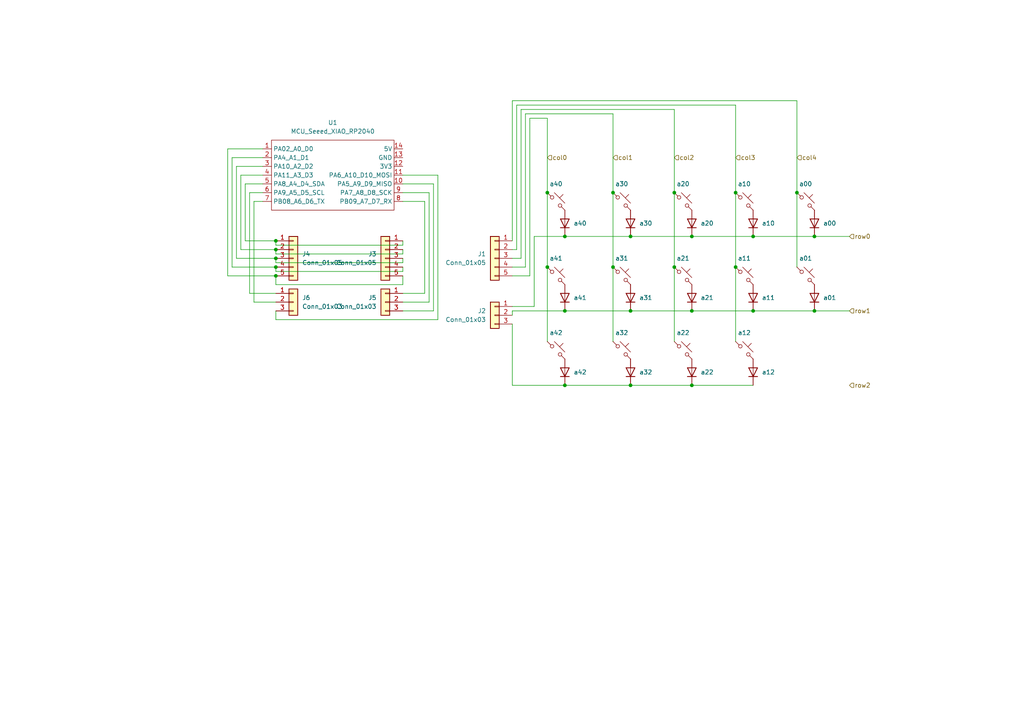
<source format=kicad_sch>
(kicad_sch
	(version 20250114)
	(generator "eeschema")
	(generator_version "9.0")
	(uuid "d56fbeaf-dcff-40eb-93ec-294284ae080f")
	(paper "A4")
	(lib_symbols
		(symbol "Connector_Generic:Conn_01x03"
			(pin_names
				(offset 1.016)
				(hide yes)
			)
			(exclude_from_sim no)
			(in_bom yes)
			(on_board yes)
			(property "Reference" "J"
				(at 0 5.08 0)
				(effects
					(font
						(size 1.27 1.27)
					)
				)
			)
			(property "Value" "Conn_01x03"
				(at 0 -5.08 0)
				(effects
					(font
						(size 1.27 1.27)
					)
				)
			)
			(property "Footprint" ""
				(at 0 0 0)
				(effects
					(font
						(size 1.27 1.27)
					)
					(hide yes)
				)
			)
			(property "Datasheet" "~"
				(at 0 0 0)
				(effects
					(font
						(size 1.27 1.27)
					)
					(hide yes)
				)
			)
			(property "Description" "Generic connector, single row, 01x03, script generated (kicad-library-utils/schlib/autogen/connector/)"
				(at 0 0 0)
				(effects
					(font
						(size 1.27 1.27)
					)
					(hide yes)
				)
			)
			(property "ki_keywords" "connector"
				(at 0 0 0)
				(effects
					(font
						(size 1.27 1.27)
					)
					(hide yes)
				)
			)
			(property "ki_fp_filters" "Connector*:*_1x??_*"
				(at 0 0 0)
				(effects
					(font
						(size 1.27 1.27)
					)
					(hide yes)
				)
			)
			(symbol "Conn_01x03_1_1"
				(rectangle
					(start -1.27 3.81)
					(end 1.27 -3.81)
					(stroke
						(width 0.254)
						(type default)
					)
					(fill
						(type background)
					)
				)
				(rectangle
					(start -1.27 2.667)
					(end 0 2.413)
					(stroke
						(width 0.1524)
						(type default)
					)
					(fill
						(type none)
					)
				)
				(rectangle
					(start -1.27 0.127)
					(end 0 -0.127)
					(stroke
						(width 0.1524)
						(type default)
					)
					(fill
						(type none)
					)
				)
				(rectangle
					(start -1.27 -2.413)
					(end 0 -2.667)
					(stroke
						(width 0.1524)
						(type default)
					)
					(fill
						(type none)
					)
				)
				(pin passive line
					(at -5.08 2.54 0)
					(length 3.81)
					(name "Pin_1"
						(effects
							(font
								(size 1.27 1.27)
							)
						)
					)
					(number "1"
						(effects
							(font
								(size 1.27 1.27)
							)
						)
					)
				)
				(pin passive line
					(at -5.08 0 0)
					(length 3.81)
					(name "Pin_2"
						(effects
							(font
								(size 1.27 1.27)
							)
						)
					)
					(number "2"
						(effects
							(font
								(size 1.27 1.27)
							)
						)
					)
				)
				(pin passive line
					(at -5.08 -2.54 0)
					(length 3.81)
					(name "Pin_3"
						(effects
							(font
								(size 1.27 1.27)
							)
						)
					)
					(number "3"
						(effects
							(font
								(size 1.27 1.27)
							)
						)
					)
				)
			)
			(embedded_fonts no)
		)
		(symbol "Connector_Generic:Conn_01x05"
			(pin_names
				(offset 1.016)
				(hide yes)
			)
			(exclude_from_sim no)
			(in_bom yes)
			(on_board yes)
			(property "Reference" "J"
				(at 0 7.62 0)
				(effects
					(font
						(size 1.27 1.27)
					)
				)
			)
			(property "Value" "Conn_01x05"
				(at 0 -7.62 0)
				(effects
					(font
						(size 1.27 1.27)
					)
				)
			)
			(property "Footprint" ""
				(at 0 0 0)
				(effects
					(font
						(size 1.27 1.27)
					)
					(hide yes)
				)
			)
			(property "Datasheet" "~"
				(at 0 0 0)
				(effects
					(font
						(size 1.27 1.27)
					)
					(hide yes)
				)
			)
			(property "Description" "Generic connector, single row, 01x05, script generated (kicad-library-utils/schlib/autogen/connector/)"
				(at 0 0 0)
				(effects
					(font
						(size 1.27 1.27)
					)
					(hide yes)
				)
			)
			(property "ki_keywords" "connector"
				(at 0 0 0)
				(effects
					(font
						(size 1.27 1.27)
					)
					(hide yes)
				)
			)
			(property "ki_fp_filters" "Connector*:*_1x??_*"
				(at 0 0 0)
				(effects
					(font
						(size 1.27 1.27)
					)
					(hide yes)
				)
			)
			(symbol "Conn_01x05_1_1"
				(rectangle
					(start -1.27 6.35)
					(end 1.27 -6.35)
					(stroke
						(width 0.254)
						(type default)
					)
					(fill
						(type background)
					)
				)
				(rectangle
					(start -1.27 5.207)
					(end 0 4.953)
					(stroke
						(width 0.1524)
						(type default)
					)
					(fill
						(type none)
					)
				)
				(rectangle
					(start -1.27 2.667)
					(end 0 2.413)
					(stroke
						(width 0.1524)
						(type default)
					)
					(fill
						(type none)
					)
				)
				(rectangle
					(start -1.27 0.127)
					(end 0 -0.127)
					(stroke
						(width 0.1524)
						(type default)
					)
					(fill
						(type none)
					)
				)
				(rectangle
					(start -1.27 -2.413)
					(end 0 -2.667)
					(stroke
						(width 0.1524)
						(type default)
					)
					(fill
						(type none)
					)
				)
				(rectangle
					(start -1.27 -4.953)
					(end 0 -5.207)
					(stroke
						(width 0.1524)
						(type default)
					)
					(fill
						(type none)
					)
				)
				(pin passive line
					(at -5.08 5.08 0)
					(length 3.81)
					(name "Pin_1"
						(effects
							(font
								(size 1.27 1.27)
							)
						)
					)
					(number "1"
						(effects
							(font
								(size 1.27 1.27)
							)
						)
					)
				)
				(pin passive line
					(at -5.08 2.54 0)
					(length 3.81)
					(name "Pin_2"
						(effects
							(font
								(size 1.27 1.27)
							)
						)
					)
					(number "2"
						(effects
							(font
								(size 1.27 1.27)
							)
						)
					)
				)
				(pin passive line
					(at -5.08 0 0)
					(length 3.81)
					(name "Pin_3"
						(effects
							(font
								(size 1.27 1.27)
							)
						)
					)
					(number "3"
						(effects
							(font
								(size 1.27 1.27)
							)
						)
					)
				)
				(pin passive line
					(at -5.08 -2.54 0)
					(length 3.81)
					(name "Pin_4"
						(effects
							(font
								(size 1.27 1.27)
							)
						)
					)
					(number "4"
						(effects
							(font
								(size 1.27 1.27)
							)
						)
					)
				)
				(pin passive line
					(at -5.08 -5.08 0)
					(length 3.81)
					(name "Pin_5"
						(effects
							(font
								(size 1.27 1.27)
							)
						)
					)
					(number "5"
						(effects
							(font
								(size 1.27 1.27)
							)
						)
					)
				)
			)
			(embedded_fonts no)
		)
		(symbol "ScottoKeebs:MCU_Seeed_XIAO_RP2040"
			(exclude_from_sim no)
			(in_bom yes)
			(on_board yes)
			(property "Reference" "U"
				(at -16.51 11.43 0)
				(effects
					(font
						(size 1.27 1.27)
					)
				)
			)
			(property "Value" "MCU_Seeed_XIAO_RP2040"
				(at -3.81 -11.43 0)
				(effects
					(font
						(size 1.27 1.27)
					)
				)
			)
			(property "Footprint" ""
				(at -16.51 2.54 0)
				(effects
					(font
						(size 1.27 1.27)
					)
					(hide yes)
				)
			)
			(property "Datasheet" ""
				(at -16.51 2.54 0)
				(effects
					(font
						(size 1.27 1.27)
					)
					(hide yes)
				)
			)
			(property "Description" ""
				(at 0 0 0)
				(effects
					(font
						(size 1.27 1.27)
					)
					(hide yes)
				)
			)
			(symbol "MCU_Seeed_XIAO_RP2040_0_1"
				(rectangle
					(start -16.51 10.16)
					(end 19.05 -10.16)
					(stroke
						(width 0)
						(type default)
					)
					(fill
						(type none)
					)
				)
			)
			(symbol "MCU_Seeed_XIAO_RP2040_1_1"
				(pin passive line
					(at -19.05 7.62 0)
					(length 2.54)
					(name "PA02_A0_D0"
						(effects
							(font
								(size 1.27 1.27)
							)
						)
					)
					(number "1"
						(effects
							(font
								(size 1.27 1.27)
							)
						)
					)
				)
				(pin passive line
					(at -19.05 5.08 0)
					(length 2.54)
					(name "PA4_A1_D1"
						(effects
							(font
								(size 1.27 1.27)
							)
						)
					)
					(number "2"
						(effects
							(font
								(size 1.27 1.27)
							)
						)
					)
				)
				(pin passive line
					(at -19.05 2.54 0)
					(length 2.54)
					(name "PA10_A2_D2"
						(effects
							(font
								(size 1.27 1.27)
							)
						)
					)
					(number "3"
						(effects
							(font
								(size 1.27 1.27)
							)
						)
					)
				)
				(pin passive line
					(at -19.05 0 0)
					(length 2.54)
					(name "PA11_A3_D3"
						(effects
							(font
								(size 1.27 1.27)
							)
						)
					)
					(number "4"
						(effects
							(font
								(size 1.27 1.27)
							)
						)
					)
				)
				(pin passive line
					(at -19.05 -2.54 0)
					(length 2.54)
					(name "PA8_A4_D4_SDA"
						(effects
							(font
								(size 1.27 1.27)
							)
						)
					)
					(number "5"
						(effects
							(font
								(size 1.27 1.27)
							)
						)
					)
				)
				(pin passive line
					(at -19.05 -5.08 0)
					(length 2.54)
					(name "PA9_A5_D5_SCL"
						(effects
							(font
								(size 1.27 1.27)
							)
						)
					)
					(number "6"
						(effects
							(font
								(size 1.27 1.27)
							)
						)
					)
				)
				(pin passive line
					(at -19.05 -7.62 0)
					(length 2.54)
					(name "PB08_A6_D6_TX"
						(effects
							(font
								(size 1.27 1.27)
							)
						)
					)
					(number "7"
						(effects
							(font
								(size 1.27 1.27)
							)
						)
					)
				)
				(pin passive line
					(at 21.59 7.62 180)
					(length 2.54)
					(name "5V"
						(effects
							(font
								(size 1.27 1.27)
							)
						)
					)
					(number "14"
						(effects
							(font
								(size 1.27 1.27)
							)
						)
					)
				)
				(pin passive line
					(at 21.59 5.08 180)
					(length 2.54)
					(name "GND"
						(effects
							(font
								(size 1.27 1.27)
							)
						)
					)
					(number "13"
						(effects
							(font
								(size 1.27 1.27)
							)
						)
					)
				)
				(pin passive line
					(at 21.59 2.54 180)
					(length 2.54)
					(name "3V3"
						(effects
							(font
								(size 1.27 1.27)
							)
						)
					)
					(number "12"
						(effects
							(font
								(size 1.27 1.27)
							)
						)
					)
				)
				(pin passive line
					(at 21.59 0 180)
					(length 2.54)
					(name "PA6_A10_D10_MOSI"
						(effects
							(font
								(size 1.27 1.27)
							)
						)
					)
					(number "11"
						(effects
							(font
								(size 1.27 1.27)
							)
						)
					)
				)
				(pin passive line
					(at 21.59 -2.54 180)
					(length 2.54)
					(name "PA5_A9_D9_MISO"
						(effects
							(font
								(size 1.27 1.27)
							)
						)
					)
					(number "10"
						(effects
							(font
								(size 1.27 1.27)
							)
						)
					)
				)
				(pin passive line
					(at 21.59 -5.08 180)
					(length 2.54)
					(name "PA7_A8_D8_SCK"
						(effects
							(font
								(size 1.27 1.27)
							)
						)
					)
					(number "9"
						(effects
							(font
								(size 1.27 1.27)
							)
						)
					)
				)
				(pin passive line
					(at 21.59 -7.62 180)
					(length 2.54)
					(name "PB09_A7_D7_RX"
						(effects
							(font
								(size 1.27 1.27)
							)
						)
					)
					(number "8"
						(effects
							(font
								(size 1.27 1.27)
							)
						)
					)
				)
			)
			(embedded_fonts no)
		)
		(symbol "ScottoKeebs:Placeholder_Diode"
			(pin_numbers
				(hide yes)
			)
			(pin_names
				(hide yes)
			)
			(exclude_from_sim no)
			(in_bom yes)
			(on_board yes)
			(property "Reference" "D"
				(at 0 2.54 0)
				(effects
					(font
						(size 1.27 1.27)
					)
				)
			)
			(property "Value" "Diode"
				(at 0 -2.54 0)
				(effects
					(font
						(size 1.27 1.27)
					)
				)
			)
			(property "Footprint" ""
				(at 0 0 0)
				(effects
					(font
						(size 1.27 1.27)
					)
					(hide yes)
				)
			)
			(property "Datasheet" ""
				(at 0 0 0)
				(effects
					(font
						(size 1.27 1.27)
					)
					(hide yes)
				)
			)
			(property "Description" "1N4148 (DO-35) or 1N4148W (SOD-123)"
				(at 0 0 0)
				(effects
					(font
						(size 1.27 1.27)
					)
					(hide yes)
				)
			)
			(property "Sim.Device" "D"
				(at 0 0 0)
				(effects
					(font
						(size 1.27 1.27)
					)
					(hide yes)
				)
			)
			(property "Sim.Pins" "1=K 2=A"
				(at 0 0 0)
				(effects
					(font
						(size 1.27 1.27)
					)
					(hide yes)
				)
			)
			(property "ki_keywords" "diode"
				(at 0 0 0)
				(effects
					(font
						(size 1.27 1.27)
					)
					(hide yes)
				)
			)
			(property "ki_fp_filters" "D*DO?35*"
				(at 0 0 0)
				(effects
					(font
						(size 1.27 1.27)
					)
					(hide yes)
				)
			)
			(symbol "Placeholder_Diode_0_1"
				(polyline
					(pts
						(xy -1.27 1.27) (xy -1.27 -1.27)
					)
					(stroke
						(width 0.254)
						(type default)
					)
					(fill
						(type none)
					)
				)
				(polyline
					(pts
						(xy 1.27 1.27) (xy 1.27 -1.27) (xy -1.27 0) (xy 1.27 1.27)
					)
					(stroke
						(width 0.254)
						(type default)
					)
					(fill
						(type none)
					)
				)
				(polyline
					(pts
						(xy 1.27 0) (xy -1.27 0)
					)
					(stroke
						(width 0)
						(type default)
					)
					(fill
						(type none)
					)
				)
			)
			(symbol "Placeholder_Diode_1_1"
				(pin passive line
					(at -3.81 0 0)
					(length 2.54)
					(name "K"
						(effects
							(font
								(size 1.27 1.27)
							)
						)
					)
					(number "1"
						(effects
							(font
								(size 1.27 1.27)
							)
						)
					)
				)
				(pin passive line
					(at 3.81 0 180)
					(length 2.54)
					(name "A"
						(effects
							(font
								(size 1.27 1.27)
							)
						)
					)
					(number "2"
						(effects
							(font
								(size 1.27 1.27)
							)
						)
					)
				)
			)
			(embedded_fonts no)
		)
		(symbol "ScottoKeebs:Placeholder_Keyswitch"
			(pin_numbers
				(hide yes)
			)
			(pin_names
				(offset 1.016)
				(hide yes)
			)
			(exclude_from_sim no)
			(in_bom yes)
			(on_board yes)
			(property "Reference" "S"
				(at 3.048 1.016 0)
				(effects
					(font
						(size 1.27 1.27)
					)
					(justify left)
				)
			)
			(property "Value" "Keyswitch"
				(at 0 -3.81 0)
				(effects
					(font
						(size 1.27 1.27)
					)
				)
			)
			(property "Footprint" ""
				(at 0 0 0)
				(effects
					(font
						(size 1.27 1.27)
					)
					(hide yes)
				)
			)
			(property "Datasheet" "~"
				(at 0 0 0)
				(effects
					(font
						(size 1.27 1.27)
					)
					(hide yes)
				)
			)
			(property "Description" "Push button switch, normally open, two pins, 45° tilted"
				(at 0 0 0)
				(effects
					(font
						(size 1.27 1.27)
					)
					(hide yes)
				)
			)
			(property "ki_keywords" "switch normally-open pushbutton push-button"
				(at 0 0 0)
				(effects
					(font
						(size 1.27 1.27)
					)
					(hide yes)
				)
			)
			(symbol "Placeholder_Keyswitch_0_1"
				(polyline
					(pts
						(xy -2.54 2.54) (xy -1.524 1.524) (xy -1.524 1.524)
					)
					(stroke
						(width 0)
						(type default)
					)
					(fill
						(type none)
					)
				)
				(circle
					(center -1.1684 1.1684)
					(radius 0.508)
					(stroke
						(width 0)
						(type default)
					)
					(fill
						(type none)
					)
				)
				(polyline
					(pts
						(xy -0.508 2.54) (xy 2.54 -0.508)
					)
					(stroke
						(width 0)
						(type default)
					)
					(fill
						(type none)
					)
				)
				(polyline
					(pts
						(xy 1.016 1.016) (xy 2.032 2.032)
					)
					(stroke
						(width 0)
						(type default)
					)
					(fill
						(type none)
					)
				)
				(circle
					(center 1.143 -1.1938)
					(radius 0.508)
					(stroke
						(width 0)
						(type default)
					)
					(fill
						(type none)
					)
				)
				(polyline
					(pts
						(xy 1.524 -1.524) (xy 2.54 -2.54) (xy 2.54 -2.54) (xy 2.54 -2.54)
					)
					(stroke
						(width 0)
						(type default)
					)
					(fill
						(type none)
					)
				)
				(pin passive line
					(at -2.54 2.54 0)
					(length 0)
					(name "1"
						(effects
							(font
								(size 1.27 1.27)
							)
						)
					)
					(number "1"
						(effects
							(font
								(size 1.27 1.27)
							)
						)
					)
				)
				(pin passive line
					(at 2.54 -2.54 180)
					(length 0)
					(name "2"
						(effects
							(font
								(size 1.27 1.27)
							)
						)
					)
					(number "2"
						(effects
							(font
								(size 1.27 1.27)
							)
						)
					)
				)
			)
			(embedded_fonts no)
		)
	)
	(junction
		(at 163.83 68.58)
		(diameter 0)
		(color 0 0 0 0)
		(uuid "0c57d5df-6f2f-4a93-8860-844dbe635154")
	)
	(junction
		(at 163.83 111.76)
		(diameter 0)
		(color 0 0 0 0)
		(uuid "0fa0bc91-a91e-4613-a029-47e7dc191b2c")
	)
	(junction
		(at 218.44 90.17)
		(diameter 0)
		(color 0 0 0 0)
		(uuid "1720db7e-0216-42b4-a8d3-7c7209cbd408")
	)
	(junction
		(at 200.66 111.76)
		(diameter 0)
		(color 0 0 0 0)
		(uuid "1790d6ae-c895-4e39-8079-00595c00dfc7")
	)
	(junction
		(at 80.01 74.93)
		(diameter 0)
		(color 0 0 0 0)
		(uuid "20b4fab0-aefb-45dc-8823-ef56aeb0add6")
	)
	(junction
		(at 80.01 69.85)
		(diameter 0)
		(color 0 0 0 0)
		(uuid "38008758-194d-4085-a88c-a9bb739ca0e7")
	)
	(junction
		(at 213.36 55.88)
		(diameter 0)
		(color 0 0 0 0)
		(uuid "5e84db42-ab25-4543-986d-e742664f3b5e")
	)
	(junction
		(at 177.8 77.47)
		(diameter 0)
		(color 0 0 0 0)
		(uuid "5f0ad7bc-c7bc-42bd-881d-23d0af58fede")
	)
	(junction
		(at 182.88 90.17)
		(diameter 0)
		(color 0 0 0 0)
		(uuid "62e5fc74-30fd-4727-9370-876a922d0884")
	)
	(junction
		(at 182.88 68.58)
		(diameter 0)
		(color 0 0 0 0)
		(uuid "683c4331-3b4d-4bb3-a305-998cc77ca9ac")
	)
	(junction
		(at 218.44 68.58)
		(diameter 0)
		(color 0 0 0 0)
		(uuid "738ab23b-a45e-40c9-b0d2-0c14fa9b3638")
	)
	(junction
		(at 200.66 68.58)
		(diameter 0)
		(color 0 0 0 0)
		(uuid "761349e4-8101-4409-8b2a-9b4c3867c2a4")
	)
	(junction
		(at 231.14 55.88)
		(diameter 0)
		(color 0 0 0 0)
		(uuid "76532edb-320a-4c8f-9fc4-d54ed5afb541")
	)
	(junction
		(at 158.75 55.88)
		(diameter 0)
		(color 0 0 0 0)
		(uuid "7be0c01a-06e4-4c2c-9e15-52ca92e004a9")
	)
	(junction
		(at 163.83 90.17)
		(diameter 0)
		(color 0 0 0 0)
		(uuid "8f9b80d1-ec12-4f19-80b2-5903d2637e4d")
	)
	(junction
		(at 195.58 77.47)
		(diameter 0)
		(color 0 0 0 0)
		(uuid "9007010d-f09a-415c-b2cd-82a6325726f9")
	)
	(junction
		(at 80.01 80.01)
		(diameter 0)
		(color 0 0 0 0)
		(uuid "919c8dc9-f21d-47ef-94cc-4753419fe687")
	)
	(junction
		(at 80.01 72.39)
		(diameter 0)
		(color 0 0 0 0)
		(uuid "9f2f083b-768c-4419-b4bb-4f4190cc796f")
	)
	(junction
		(at 158.75 77.47)
		(diameter 0)
		(color 0 0 0 0)
		(uuid "a04594c7-cf1f-4310-ae0c-797553f8a64b")
	)
	(junction
		(at 213.36 77.47)
		(diameter 0)
		(color 0 0 0 0)
		(uuid "ac3d93f8-1af2-4f5e-9be1-94818bb9d5fa")
	)
	(junction
		(at 236.22 90.17)
		(diameter 0)
		(color 0 0 0 0)
		(uuid "b76d7e2f-00ed-44df-bf76-efdb891c51a1")
	)
	(junction
		(at 236.22 68.58)
		(diameter 0)
		(color 0 0 0 0)
		(uuid "bd1d4103-1051-4940-87b2-473c03679dad")
	)
	(junction
		(at 195.58 55.88)
		(diameter 0)
		(color 0 0 0 0)
		(uuid "bdbd8ed7-afbc-4d50-b687-061755f1c054")
	)
	(junction
		(at 80.01 77.47)
		(diameter 0)
		(color 0 0 0 0)
		(uuid "c60c7fbe-1274-46de-b483-b36342f202f5")
	)
	(junction
		(at 182.88 111.76)
		(diameter 0)
		(color 0 0 0 0)
		(uuid "dbecb4aa-aa12-475c-8656-5ea51e66c7d9")
	)
	(junction
		(at 177.8 55.88)
		(diameter 0)
		(color 0 0 0 0)
		(uuid "e5521e99-d7e3-4286-9900-dca6b572734a")
	)
	(junction
		(at 200.66 90.17)
		(diameter 0)
		(color 0 0 0 0)
		(uuid "fa840835-aead-422d-b0dc-045e670cc439")
	)
	(wire
		(pts
			(xy 177.8 55.88) (xy 177.8 77.47)
		)
		(stroke
			(width 0)
			(type default)
		)
		(uuid "02c1b577-da37-4c73-8496-323e6bba552c")
	)
	(wire
		(pts
			(xy 148.59 29.21) (xy 148.59 69.85)
		)
		(stroke
			(width 0)
			(type default)
		)
		(uuid "0a65823e-bbe9-4524-b25e-7e3f33954736")
	)
	(wire
		(pts
			(xy 80.01 92.71) (xy 127 92.71)
		)
		(stroke
			(width 0)
			(type default)
		)
		(uuid "0b04e702-acdf-4c08-a5a2-bd5f46ea8da2")
	)
	(wire
		(pts
			(xy 66.04 80.01) (xy 66.04 43.18)
		)
		(stroke
			(width 0)
			(type default)
		)
		(uuid "0e9c352f-b15a-4c8b-9f8c-536292dba24e")
	)
	(wire
		(pts
			(xy 73.66 87.63) (xy 73.66 58.42)
		)
		(stroke
			(width 0)
			(type default)
		)
		(uuid "136ff23d-e6ba-4bcf-86e6-4cff61fdb43c")
	)
	(wire
		(pts
			(xy 153.67 34.29) (xy 153.67 80.01)
		)
		(stroke
			(width 0)
			(type default)
		)
		(uuid "15233359-8358-474c-bf47-6ed35c9dceeb")
	)
	(wire
		(pts
			(xy 116.84 71.12) (xy 80.01 71.12)
		)
		(stroke
			(width 0)
			(type default)
		)
		(uuid "156fc1e6-e3ed-4dea-b5d6-e2eeb2c81c39")
	)
	(wire
		(pts
			(xy 148.59 111.76) (xy 148.59 93.98)
		)
		(stroke
			(width 0)
			(type default)
		)
		(uuid "1fc1aa94-dbf1-4862-a10b-77ab32b68e3d")
	)
	(wire
		(pts
			(xy 152.4 77.47) (xy 148.59 77.47)
		)
		(stroke
			(width 0)
			(type default)
		)
		(uuid "2211c56f-8218-4cf0-a236-1e99cfbb2e14")
	)
	(wire
		(pts
			(xy 80.01 90.17) (xy 80.01 92.71)
		)
		(stroke
			(width 0)
			(type default)
		)
		(uuid "25cf9eb2-0f38-4c53-a9a7-cc0ea07eadda")
	)
	(wire
		(pts
			(xy 236.22 68.58) (xy 246.38 68.58)
		)
		(stroke
			(width 0)
			(type default)
		)
		(uuid "2876a367-5abd-4cb4-9a73-a2b798c97729")
	)
	(wire
		(pts
			(xy 66.04 43.18) (xy 76.2 43.18)
		)
		(stroke
			(width 0)
			(type default)
		)
		(uuid "28de5318-890b-47d7-99d7-c8da9f9554e8")
	)
	(wire
		(pts
			(xy 80.01 74.93) (xy 68.58 74.93)
		)
		(stroke
			(width 0)
			(type default)
		)
		(uuid "2af5b0f7-88d4-4d81-82df-bd8e02c639d2")
	)
	(wire
		(pts
			(xy 67.31 45.72) (xy 67.31 77.47)
		)
		(stroke
			(width 0)
			(type default)
		)
		(uuid "2b89e532-2fa1-46de-8375-4d0647ec963e")
	)
	(wire
		(pts
			(xy 67.31 77.47) (xy 80.01 77.47)
		)
		(stroke
			(width 0)
			(type default)
		)
		(uuid "2e61a5ca-ac9b-498f-8512-1356e6e37474")
	)
	(wire
		(pts
			(xy 116.84 82.55) (xy 80.01 82.55)
		)
		(stroke
			(width 0)
			(type default)
		)
		(uuid "2eef81a2-3e6e-4041-abdf-305e3b231957")
	)
	(wire
		(pts
			(xy 149.86 30.48) (xy 149.86 72.39)
		)
		(stroke
			(width 0)
			(type default)
		)
		(uuid "368f3ba3-c6be-4206-96d9-781ff4051ced")
	)
	(wire
		(pts
			(xy 124.46 87.63) (xy 124.46 55.88)
		)
		(stroke
			(width 0)
			(type default)
		)
		(uuid "3801964e-029a-418b-8e66-41d72edd9cb8")
	)
	(wire
		(pts
			(xy 123.19 58.42) (xy 123.19 85.09)
		)
		(stroke
			(width 0)
			(type default)
		)
		(uuid "3b17f661-a973-4605-bcac-e309292feca9")
	)
	(wire
		(pts
			(xy 158.75 34.29) (xy 153.67 34.29)
		)
		(stroke
			(width 0)
			(type default)
		)
		(uuid "433687df-29eb-4210-bf83-e7723c4cc3a4")
	)
	(wire
		(pts
			(xy 116.84 72.39) (xy 116.84 73.66)
		)
		(stroke
			(width 0)
			(type default)
		)
		(uuid "44526895-6286-410f-ae52-b8ff8ad5c656")
	)
	(wire
		(pts
			(xy 158.75 55.88) (xy 158.75 77.47)
		)
		(stroke
			(width 0)
			(type default)
		)
		(uuid "47b9a89b-2d7f-47d0-b41e-9d48a23b2374")
	)
	(wire
		(pts
			(xy 218.44 90.17) (xy 236.22 90.17)
		)
		(stroke
			(width 0)
			(type default)
		)
		(uuid "483372f9-8bef-40f9-8a97-7288c8e1f1a0")
	)
	(wire
		(pts
			(xy 116.84 69.85) (xy 116.84 71.12)
		)
		(stroke
			(width 0)
			(type default)
		)
		(uuid "48ae7756-d942-45a2-b134-43b41384496b")
	)
	(wire
		(pts
			(xy 182.88 111.76) (xy 200.66 111.76)
		)
		(stroke
			(width 0)
			(type default)
		)
		(uuid "4add264d-33e7-42f6-80b5-f958fcc99dbb")
	)
	(wire
		(pts
			(xy 72.39 55.88) (xy 72.39 85.09)
		)
		(stroke
			(width 0)
			(type default)
		)
		(uuid "4e323eb5-b3bc-470a-962b-c5382174025f")
	)
	(wire
		(pts
			(xy 116.84 74.93) (xy 116.84 76.2)
		)
		(stroke
			(width 0)
			(type default)
		)
		(uuid "4eed81fe-fbb3-4beb-bcde-6812486c7d3a")
	)
	(wire
		(pts
			(xy 80.01 78.74) (xy 116.84 78.74)
		)
		(stroke
			(width 0)
			(type default)
		)
		(uuid "5667df2f-4f83-4676-9a29-493362d0aaa9")
	)
	(wire
		(pts
			(xy 124.46 55.88) (xy 116.84 55.88)
		)
		(stroke
			(width 0)
			(type default)
		)
		(uuid "56c79d4b-79d9-4a8d-a912-1a01a4fa3a14")
	)
	(wire
		(pts
			(xy 69.85 50.8) (xy 76.2 50.8)
		)
		(stroke
			(width 0)
			(type default)
		)
		(uuid "585de4cc-a6ce-4f62-aed1-57180af86ea8")
	)
	(wire
		(pts
			(xy 163.83 68.58) (xy 154.94 68.58)
		)
		(stroke
			(width 0)
			(type default)
		)
		(uuid "5a9ca4ba-0675-4845-8521-69f42ff084ce")
	)
	(wire
		(pts
			(xy 151.13 74.93) (xy 148.59 74.93)
		)
		(stroke
			(width 0)
			(type default)
		)
		(uuid "651368e8-ab45-4b9c-b80f-f89629a743d1")
	)
	(wire
		(pts
			(xy 163.83 111.76) (xy 148.59 111.76)
		)
		(stroke
			(width 0)
			(type default)
		)
		(uuid "664820bb-deab-4904-b116-9e904f33da75")
	)
	(wire
		(pts
			(xy 152.4 33.02) (xy 152.4 77.47)
		)
		(stroke
			(width 0)
			(type default)
		)
		(uuid "6711c04a-f574-4ecc-b7ca-9d049a82678c")
	)
	(wire
		(pts
			(xy 116.84 76.2) (xy 80.01 76.2)
		)
		(stroke
			(width 0)
			(type default)
		)
		(uuid "6936b44c-0d95-408a-ad5b-b7aa5f0f1356")
	)
	(wire
		(pts
			(xy 72.39 85.09) (xy 80.01 85.09)
		)
		(stroke
			(width 0)
			(type default)
		)
		(uuid "6dcd700d-aa0e-40ee-9371-ee587c910a2d")
	)
	(wire
		(pts
			(xy 80.01 72.39) (xy 80.01 73.66)
		)
		(stroke
			(width 0)
			(type default)
		)
		(uuid "709aa2a2-1234-49df-8064-834288fca47b")
	)
	(wire
		(pts
			(xy 195.58 55.88) (xy 195.58 77.47)
		)
		(stroke
			(width 0)
			(type default)
		)
		(uuid "781cdeff-d98a-4d39-9c6f-134d15586bd2")
	)
	(wire
		(pts
			(xy 182.88 68.58) (xy 200.66 68.58)
		)
		(stroke
			(width 0)
			(type default)
		)
		(uuid "7821eec1-3581-41d6-9049-2c69494ba27f")
	)
	(wire
		(pts
			(xy 213.36 77.47) (xy 213.36 99.06)
		)
		(stroke
			(width 0)
			(type default)
		)
		(uuid "7d2bf095-d1de-41c4-b50b-df6a6bfc25ab")
	)
	(wire
		(pts
			(xy 68.58 74.93) (xy 68.58 48.26)
		)
		(stroke
			(width 0)
			(type default)
		)
		(uuid "7f368652-4dcd-41df-b975-981e70ec7f19")
	)
	(wire
		(pts
			(xy 195.58 31.75) (xy 195.58 55.88)
		)
		(stroke
			(width 0)
			(type default)
		)
		(uuid "81441e82-ce1c-4a5c-81cf-71069eee590a")
	)
	(wire
		(pts
			(xy 123.19 85.09) (xy 116.84 85.09)
		)
		(stroke
			(width 0)
			(type default)
		)
		(uuid "827bd936-bc86-4d26-a6fe-6e86bce77339")
	)
	(wire
		(pts
			(xy 69.85 72.39) (xy 69.85 50.8)
		)
		(stroke
			(width 0)
			(type default)
		)
		(uuid "834a9d97-1fad-42e1-9a14-a52b3ef34964")
	)
	(wire
		(pts
			(xy 151.13 31.75) (xy 151.13 74.93)
		)
		(stroke
			(width 0)
			(type default)
		)
		(uuid "8889164f-14c8-4df3-8cd9-25717e3eca60")
	)
	(wire
		(pts
			(xy 163.83 68.58) (xy 182.88 68.58)
		)
		(stroke
			(width 0)
			(type default)
		)
		(uuid "8af6becd-81df-4643-83b7-c324ac420647")
	)
	(wire
		(pts
			(xy 195.58 77.47) (xy 195.58 99.06)
		)
		(stroke
			(width 0)
			(type default)
		)
		(uuid "8d3fc388-8d77-47b2-b18a-f2ea428da7d3")
	)
	(wire
		(pts
			(xy 127 50.8) (xy 116.84 50.8)
		)
		(stroke
			(width 0)
			(type default)
		)
		(uuid "8e3dcb19-ba20-4977-ae17-b37eb1b59598")
	)
	(wire
		(pts
			(xy 127 92.71) (xy 127 50.8)
		)
		(stroke
			(width 0)
			(type default)
		)
		(uuid "93276a7d-6fc3-4d2c-990d-9d570d2c15b6")
	)
	(wire
		(pts
			(xy 80.01 74.93) (xy 80.01 76.2)
		)
		(stroke
			(width 0)
			(type default)
		)
		(uuid "942eec74-be63-41f5-850a-18af8fa52ee4")
	)
	(wire
		(pts
			(xy 71.12 53.34) (xy 71.12 69.85)
		)
		(stroke
			(width 0)
			(type default)
		)
		(uuid "948b725f-179b-4710-b436-01ab53daa118")
	)
	(wire
		(pts
			(xy 158.75 34.29) (xy 158.75 55.88)
		)
		(stroke
			(width 0)
			(type default)
		)
		(uuid "9cd2dfc7-697d-4266-a7c9-bb71faa34c7d")
	)
	(wire
		(pts
			(xy 213.36 30.48) (xy 149.86 30.48)
		)
		(stroke
			(width 0)
			(type default)
		)
		(uuid "9d511485-4206-4166-a658-26c3430050ff")
	)
	(wire
		(pts
			(xy 80.01 69.85) (xy 80.01 71.12)
		)
		(stroke
			(width 0)
			(type default)
		)
		(uuid "9d91d825-09b1-47bf-8097-87fc602df3b1")
	)
	(wire
		(pts
			(xy 76.2 53.34) (xy 71.12 53.34)
		)
		(stroke
			(width 0)
			(type default)
		)
		(uuid "9eea4a27-2fe0-48ef-9934-064151844302")
	)
	(wire
		(pts
			(xy 236.22 90.17) (xy 246.38 90.17)
		)
		(stroke
			(width 0)
			(type default)
		)
		(uuid "a32bcfa5-e55f-4886-81e0-343ab02fbc81")
	)
	(wire
		(pts
			(xy 80.01 73.66) (xy 116.84 73.66)
		)
		(stroke
			(width 0)
			(type default)
		)
		(uuid "a465bd06-5893-49e6-b180-82f0424cbe07")
	)
	(wire
		(pts
			(xy 158.75 77.47) (xy 158.75 99.06)
		)
		(stroke
			(width 0)
			(type default)
		)
		(uuid "a59749d4-3e29-4b80-a999-35f62745e678")
	)
	(wire
		(pts
			(xy 200.66 68.58) (xy 218.44 68.58)
		)
		(stroke
			(width 0)
			(type default)
		)
		(uuid "a5c00350-c91e-40a6-be58-32f9b89de0d2")
	)
	(wire
		(pts
			(xy 148.59 90.17) (xy 148.59 91.44)
		)
		(stroke
			(width 0)
			(type default)
		)
		(uuid "a7ec5fef-9c39-432c-9839-0036de1caa6a")
	)
	(wire
		(pts
			(xy 125.73 53.34) (xy 125.73 90.17)
		)
		(stroke
			(width 0)
			(type default)
		)
		(uuid "a91f8960-faae-4e43-aeb5-e2336effe9ae")
	)
	(wire
		(pts
			(xy 80.01 80.01) (xy 66.04 80.01)
		)
		(stroke
			(width 0)
			(type default)
		)
		(uuid "a9f784c4-4fdb-4048-a369-18612f9060ee")
	)
	(wire
		(pts
			(xy 182.88 90.17) (xy 200.66 90.17)
		)
		(stroke
			(width 0)
			(type default)
		)
		(uuid "aa2de9b1-cc37-449f-8025-091072f7c5be")
	)
	(wire
		(pts
			(xy 163.83 111.76) (xy 182.88 111.76)
		)
		(stroke
			(width 0)
			(type default)
		)
		(uuid "ab27bc14-2923-4cae-9995-fe2e73118a4c")
	)
	(wire
		(pts
			(xy 213.36 55.88) (xy 213.36 77.47)
		)
		(stroke
			(width 0)
			(type default)
		)
		(uuid "af5f8009-8cb1-4e23-b2d9-dfe82167be90")
	)
	(wire
		(pts
			(xy 231.14 55.88) (xy 231.14 77.47)
		)
		(stroke
			(width 0)
			(type default)
		)
		(uuid "b6464cc0-4040-4287-b28a-7b7ed0178bed")
	)
	(wire
		(pts
			(xy 163.83 90.17) (xy 182.88 90.17)
		)
		(stroke
			(width 0)
			(type default)
		)
		(uuid "b837ae25-8f71-4f6d-b8aa-7d19cf6872a3")
	)
	(wire
		(pts
			(xy 218.44 68.58) (xy 236.22 68.58)
		)
		(stroke
			(width 0)
			(type default)
		)
		(uuid "bb7bd4ab-750d-4773-a15d-11ff07102f40")
	)
	(wire
		(pts
			(xy 231.14 29.21) (xy 148.59 29.21)
		)
		(stroke
			(width 0)
			(type default)
		)
		(uuid "bbcbb87d-defc-4604-840c-a0d01e31088e")
	)
	(wire
		(pts
			(xy 154.94 88.9) (xy 148.59 88.9)
		)
		(stroke
			(width 0)
			(type default)
		)
		(uuid "bda4ceca-1701-48e3-8d9a-fe1be57ea46e")
	)
	(wire
		(pts
			(xy 163.83 90.17) (xy 148.59 90.17)
		)
		(stroke
			(width 0)
			(type default)
		)
		(uuid "c073280e-d812-4325-ae3c-8afe630c6c3b")
	)
	(wire
		(pts
			(xy 68.58 48.26) (xy 76.2 48.26)
		)
		(stroke
			(width 0)
			(type default)
		)
		(uuid "c4de6cfa-867a-41e0-aacb-0552d9d5da18")
	)
	(wire
		(pts
			(xy 76.2 45.72) (xy 67.31 45.72)
		)
		(stroke
			(width 0)
			(type default)
		)
		(uuid "c7e6cf47-3bec-4a0b-bb95-35a2e6767f33")
	)
	(wire
		(pts
			(xy 80.01 77.47) (xy 80.01 78.74)
		)
		(stroke
			(width 0)
			(type default)
		)
		(uuid "c8ebcb6f-d76a-46c9-aee2-3a1a96c10f12")
	)
	(wire
		(pts
			(xy 200.66 90.17) (xy 218.44 90.17)
		)
		(stroke
			(width 0)
			(type default)
		)
		(uuid "ccf9a1a5-e131-427a-89f4-2ea660f23a26")
	)
	(wire
		(pts
			(xy 116.84 58.42) (xy 123.19 58.42)
		)
		(stroke
			(width 0)
			(type default)
		)
		(uuid "cf46bf0b-6818-40d1-9717-9d1da818b056")
	)
	(wire
		(pts
			(xy 73.66 58.42) (xy 76.2 58.42)
		)
		(stroke
			(width 0)
			(type default)
		)
		(uuid "d3dc5524-1d5a-4990-9401-9a75821e492f")
	)
	(wire
		(pts
			(xy 153.67 80.01) (xy 148.59 80.01)
		)
		(stroke
			(width 0)
			(type default)
		)
		(uuid "d69e4f55-59a1-4919-88f7-e39cc630fdba")
	)
	(wire
		(pts
			(xy 195.58 31.75) (xy 151.13 31.75)
		)
		(stroke
			(width 0)
			(type default)
		)
		(uuid "d72565b7-ed5c-4fe0-8972-4200bb71cfe7")
	)
	(wire
		(pts
			(xy 71.12 69.85) (xy 80.01 69.85)
		)
		(stroke
			(width 0)
			(type default)
		)
		(uuid "d72610b4-d726-455c-8f5b-ba26e5c61811")
	)
	(wire
		(pts
			(xy 177.8 77.47) (xy 177.8 99.06)
		)
		(stroke
			(width 0)
			(type default)
		)
		(uuid "d73cb797-3033-49f7-b5cc-e04038545065")
	)
	(wire
		(pts
			(xy 116.84 77.47) (xy 116.84 78.74)
		)
		(stroke
			(width 0)
			(type default)
		)
		(uuid "dcd54fcf-e165-45d2-bba9-39b1a3fc58a0")
	)
	(wire
		(pts
			(xy 154.94 68.58) (xy 154.94 88.9)
		)
		(stroke
			(width 0)
			(type default)
		)
		(uuid "defc5cf2-0c32-4b80-853c-d1cef091b6ff")
	)
	(wire
		(pts
			(xy 200.66 111.76) (xy 218.44 111.76)
		)
		(stroke
			(width 0)
			(type default)
		)
		(uuid "e4009c96-61a2-4c84-8dfd-751a7ab032bd")
	)
	(wire
		(pts
			(xy 177.8 33.02) (xy 152.4 33.02)
		)
		(stroke
			(width 0)
			(type default)
		)
		(uuid "e5adefd1-a79a-49fb-a504-9bbff9be71ac")
	)
	(wire
		(pts
			(xy 213.36 30.48) (xy 213.36 55.88)
		)
		(stroke
			(width 0)
			(type default)
		)
		(uuid "e7f603ea-8560-455a-9970-7480f8223f58")
	)
	(wire
		(pts
			(xy 80.01 87.63) (xy 73.66 87.63)
		)
		(stroke
			(width 0)
			(type default)
		)
		(uuid "e88a1119-77f4-4b8a-99b9-3ef4d2e26305")
	)
	(wire
		(pts
			(xy 231.14 29.21) (xy 231.14 55.88)
		)
		(stroke
			(width 0)
			(type default)
		)
		(uuid "ebd978cd-b555-4871-aa0a-d5d3ca38de0e")
	)
	(wire
		(pts
			(xy 116.84 87.63) (xy 124.46 87.63)
		)
		(stroke
			(width 0)
			(type default)
		)
		(uuid "ee8f3ffa-8b58-4465-8fab-7d3c50a6a4dd")
	)
	(wire
		(pts
			(xy 116.84 53.34) (xy 125.73 53.34)
		)
		(stroke
			(width 0)
			(type default)
		)
		(uuid "f524a557-2909-4836-93d9-998e3bf1d84a")
	)
	(wire
		(pts
			(xy 80.01 82.55) (xy 80.01 80.01)
		)
		(stroke
			(width 0)
			(type default)
		)
		(uuid "f8ab46ed-2958-482f-99b3-d31d40f05e94")
	)
	(wire
		(pts
			(xy 116.84 80.01) (xy 116.84 82.55)
		)
		(stroke
			(width 0)
			(type default)
		)
		(uuid "fa82490f-312c-40ce-bc3b-96f3d3a3d1ea")
	)
	(wire
		(pts
			(xy 177.8 33.02) (xy 177.8 55.88)
		)
		(stroke
			(width 0)
			(type default)
		)
		(uuid "faa981b6-4853-47b8-9093-c783ab9fd856")
	)
	(wire
		(pts
			(xy 149.86 72.39) (xy 148.59 72.39)
		)
		(stroke
			(width 0)
			(type default)
		)
		(uuid "fd491146-8d9f-4a72-88e2-7db9493349d2")
	)
	(wire
		(pts
			(xy 80.01 72.39) (xy 69.85 72.39)
		)
		(stroke
			(width 0)
			(type default)
		)
		(uuid "fe72121a-8a50-4032-874f-6e9579a4f633")
	)
	(wire
		(pts
			(xy 125.73 90.17) (xy 116.84 90.17)
		)
		(stroke
			(width 0)
			(type default)
		)
		(uuid "fe74344b-bbef-4a0f-ae26-4eb7cfffe3c7")
	)
	(wire
		(pts
			(xy 76.2 55.88) (xy 72.39 55.88)
		)
		(stroke
			(width 0)
			(type default)
		)
		(uuid "fee3abd5-aa74-4ef1-ac9b-10157e05faa6")
	)
	(hierarchical_label "col1"
		(shape input)
		(at 177.8 45.72 0)
		(effects
			(font
				(size 1.27 1.27)
			)
			(justify left)
		)
		(uuid "0ce20a08-b1c7-497f-89d9-664ff67378fe")
	)
	(hierarchical_label "row1"
		(shape input)
		(at 246.38 90.17 0)
		(effects
			(font
				(size 1.27 1.27)
			)
			(justify left)
		)
		(uuid "37b56370-db45-4819-ade4-81bb5efdc3df")
	)
	(hierarchical_label "row2"
		(shape input)
		(at 246.38 111.76 0)
		(effects
			(font
				(size 1.27 1.27)
			)
			(justify left)
		)
		(uuid "49a6319e-afe0-48fc-8481-96baad7f346f")
	)
	(hierarchical_label "col4"
		(shape input)
		(at 231.14 45.72 0)
		(effects
			(font
				(size 1.27 1.27)
			)
			(justify left)
		)
		(uuid "4c9cb571-1175-4eb0-8265-f2a1daea08f6")
	)
	(hierarchical_label "col3"
		(shape input)
		(at 213.36 45.72 0)
		(effects
			(font
				(size 1.27 1.27)
			)
			(justify left)
		)
		(uuid "6b69607f-e377-4918-ae7e-702a758cd587")
	)
	(hierarchical_label "col2"
		(shape input)
		(at 195.58 45.72 0)
		(effects
			(font
				(size 1.27 1.27)
			)
			(justify left)
		)
		(uuid "6cecad78-3206-4b58-a683-3aa11e276f0d")
	)
	(hierarchical_label "row0"
		(shape input)
		(at 246.38 68.58 0)
		(effects
			(font
				(size 1.27 1.27)
			)
			(justify left)
		)
		(uuid "7e27fbfc-2c42-4c0b-bc38-8abee095d1fc")
	)
	(hierarchical_label "col0"
		(shape input)
		(at 158.75 45.72 0)
		(effects
			(font
				(size 1.27 1.27)
			)
			(justify left)
		)
		(uuid "fc2461a7-ee52-44e0-87ab-06475ed3fc6c")
	)
	(symbol
		(lib_id "ScottoKeebs:Placeholder_Keyswitch")
		(at 161.29 80.01 0)
		(unit 1)
		(exclude_from_sim no)
		(in_bom yes)
		(on_board yes)
		(dnp no)
		(fields_autoplaced yes)
		(uuid "0db1a72c-8157-4384-be09-3cefa072a3f8")
		(property "Reference" "S36"
			(at 161.29 72.39 0)
			(effects
				(font
					(size 1.27 1.27)
				)
				(hide yes)
			)
		)
		(property "Value" "a41"
			(at 161.29 74.93 0)
			(effects
				(font
					(size 1.27 1.27)
				)
			)
		)
		(property "Footprint" "daprice_keyswitches:Kailh_socket_MX_reversible"
			(at 161.29 80.01 0)
			(effects
				(font
					(size 1.27 1.27)
				)
				(hide yes)
			)
		)
		(property "Datasheet" "~"
			(at 161.29 80.01 0)
			(effects
				(font
					(size 1.27 1.27)
				)
				(hide yes)
			)
		)
		(property "Description" "Push button switch, normally open, two pins, 45° tilted"
			(at 161.29 80.01 0)
			(effects
				(font
					(size 1.27 1.27)
				)
				(hide yes)
			)
		)
		(pin "1"
			(uuid "4e9c550c-ab5b-4810-b6fa-4e6555511f4d")
		)
		(pin "2"
			(uuid "68b94d1e-6c2b-43fa-9819-4c2db14ad40c")
		)
		(instances
			(project "singlepcbino"
				(path "/d56fbeaf-dcff-40eb-93ec-294284ae080f"
					(reference "S36")
					(unit 1)
				)
			)
		)
	)
	(symbol
		(lib_id "ScottoKeebs:Placeholder_Diode")
		(at 163.83 86.36 90)
		(unit 1)
		(exclude_from_sim no)
		(in_bom yes)
		(on_board yes)
		(dnp no)
		(fields_autoplaced yes)
		(uuid "13dab578-9c49-454d-a053-d1118359851b")
		(property "Reference" "a41"
			(at 166.37 86.3599 90)
			(effects
				(font
					(size 1.27 1.27)
				)
				(justify right)
			)
		)
		(property "Value" "Diode"
			(at 166.37 87.6299 90)
			(effects
				(font
					(size 1.27 1.27)
				)
				(justify right)
				(hide yes)
			)
		)
		(property "Footprint" "ScottoKeebs_Components:Diode_DO-35"
			(at 163.83 86.36 0)
			(effects
				(font
					(size 1.27 1.27)
				)
				(hide yes)
			)
		)
		(property "Datasheet" ""
			(at 163.83 86.36 0)
			(effects
				(font
					(size 1.27 1.27)
				)
				(hide yes)
			)
		)
		(property "Description" "1N4148 (DO-35) or 1N4148W (SOD-123)"
			(at 163.83 86.36 0)
			(effects
				(font
					(size 1.27 1.27)
				)
				(hide yes)
			)
		)
		(property "Sim.Device" "D"
			(at 163.83 86.36 0)
			(effects
				(font
					(size 1.27 1.27)
				)
				(hide yes)
			)
		)
		(property "Sim.Pins" "1=K 2=A"
			(at 163.83 86.36 0)
			(effects
				(font
					(size 1.27 1.27)
				)
				(hide yes)
			)
		)
		(pin "2"
			(uuid "bc7b5e5e-390a-476c-979f-d15575f40e6a")
		)
		(pin "1"
			(uuid "36a65e0e-41ab-4ab8-b475-00705a7ff79c")
		)
		(instances
			(project "singlepcbino"
				(path "/d56fbeaf-dcff-40eb-93ec-294284ae080f"
					(reference "a41")
					(unit 1)
				)
			)
		)
	)
	(symbol
		(lib_id "ScottoKeebs:Placeholder_Keyswitch")
		(at 161.29 58.42 0)
		(unit 1)
		(exclude_from_sim no)
		(in_bom yes)
		(on_board yes)
		(dnp no)
		(fields_autoplaced yes)
		(uuid "166163da-a5c6-4dd0-93f7-ee5172504b8b")
		(property "Reference" "S31"
			(at 161.29 50.8 0)
			(effects
				(font
					(size 1.27 1.27)
				)
				(hide yes)
			)
		)
		(property "Value" "a40"
			(at 161.29 53.34 0)
			(effects
				(font
					(size 1.27 1.27)
				)
			)
		)
		(property "Footprint" "daprice_keyswitches:Kailh_socket_MX_reversible"
			(at 161.29 58.42 0)
			(effects
				(font
					(size 1.27 1.27)
				)
				(hide yes)
			)
		)
		(property "Datasheet" "~"
			(at 161.29 58.42 0)
			(effects
				(font
					(size 1.27 1.27)
				)
				(hide yes)
			)
		)
		(property "Description" "Push button switch, normally open, two pins, 45° tilted"
			(at 161.29 58.42 0)
			(effects
				(font
					(size 1.27 1.27)
				)
				(hide yes)
			)
		)
		(pin "1"
			(uuid "42fee245-b788-4b2c-8fa4-3dbee6dd6da6")
		)
		(pin "2"
			(uuid "1d55c92d-c16f-475a-a2a7-6a44b5a8094d")
		)
		(instances
			(project "singlepcbino"
				(path "/d56fbeaf-dcff-40eb-93ec-294284ae080f"
					(reference "S31")
					(unit 1)
				)
			)
		)
	)
	(symbol
		(lib_id "Connector_Generic:Conn_01x05")
		(at 85.09 74.93 0)
		(unit 1)
		(exclude_from_sim no)
		(in_bom yes)
		(on_board yes)
		(dnp no)
		(uuid "21cbfba3-3ed9-42c0-949d-0ca2bf641b5c")
		(property "Reference" "J4"
			(at 87.63 73.6599 0)
			(effects
				(font
					(size 1.27 1.27)
				)
				(justify left)
			)
		)
		(property "Value" "Conn_01x05"
			(at 87.63 76.1999 0)
			(effects
				(font
					(size 1.27 1.27)
				)
				(justify left)
			)
		)
		(property "Footprint" "Connector_PinHeader_2.54mm:PinHeader_1x05_P2.54mm_Vertical"
			(at 85.09 74.93 0)
			(effects
				(font
					(size 1.27 1.27)
				)
				(hide yes)
			)
		)
		(property "Datasheet" "~"
			(at 85.09 74.93 0)
			(effects
				(font
					(size 1.27 1.27)
				)
				(hide yes)
			)
		)
		(property "Description" "Generic connector, single row, 01x05, script generated (kicad-library-utils/schlib/autogen/connector/)"
			(at 85.09 74.93 0)
			(effects
				(font
					(size 1.27 1.27)
				)
				(hide yes)
			)
		)
		(pin "3"
			(uuid "d658487e-6527-42a6-bc67-7e601cc2b7ae")
		)
		(pin "4"
			(uuid "2cea5060-1033-4ed7-af46-05a5a5fc0479")
		)
		(pin "1"
			(uuid "12f62a19-730d-4c80-9775-4d5ee7e80d58")
		)
		(pin "5"
			(uuid "dde040db-6136-4e04-b682-63860671b607")
		)
		(pin "2"
			(uuid "d1fe0623-3088-4fad-b1b1-7c6cfb1cd942")
		)
		(instances
			(project "singlepcbino"
				(path "/d56fbeaf-dcff-40eb-93ec-294284ae080f"
					(reference "J4")
					(unit 1)
				)
			)
		)
	)
	(symbol
		(lib_id "ScottoKeebs:Placeholder_Keyswitch")
		(at 180.34 80.01 0)
		(unit 1)
		(exclude_from_sim no)
		(in_bom yes)
		(on_board yes)
		(dnp no)
		(fields_autoplaced yes)
		(uuid "3895c217-25cf-4ecb-8a94-4a569b08b8a6")
		(property "Reference" "S37"
			(at 180.34 72.39 0)
			(effects
				(font
					(size 1.27 1.27)
				)
				(hide yes)
			)
		)
		(property "Value" "a31"
			(at 180.34 74.93 0)
			(effects
				(font
					(size 1.27 1.27)
				)
			)
		)
		(property "Footprint" "daprice_keyswitches:Kailh_socket_MX_reversible"
			(at 180.34 80.01 0)
			(effects
				(font
					(size 1.27 1.27)
				)
				(hide yes)
			)
		)
		(property "Datasheet" "~"
			(at 180.34 80.01 0)
			(effects
				(font
					(size 1.27 1.27)
				)
				(hide yes)
			)
		)
		(property "Description" "Push button switch, normally open, two pins, 45° tilted"
			(at 180.34 80.01 0)
			(effects
				(font
					(size 1.27 1.27)
				)
				(hide yes)
			)
		)
		(pin "1"
			(uuid "976a9ce0-6b08-4b67-94d4-7a9529813e8e")
		)
		(pin "2"
			(uuid "746d44d4-2277-48fd-b9ba-b797f447b1df")
		)
		(instances
			(project "singlepcbino"
				(path "/d56fbeaf-dcff-40eb-93ec-294284ae080f"
					(reference "S37")
					(unit 1)
				)
			)
		)
	)
	(symbol
		(lib_id "ScottoKeebs:Placeholder_Diode")
		(at 200.66 64.77 90)
		(unit 1)
		(exclude_from_sim no)
		(in_bom yes)
		(on_board yes)
		(dnp no)
		(fields_autoplaced yes)
		(uuid "3da467ad-d6f6-4376-bd22-eb5342551e1e")
		(property "Reference" "a20"
			(at 203.2 64.7699 90)
			(effects
				(font
					(size 1.27 1.27)
				)
				(justify right)
			)
		)
		(property "Value" "Diode"
			(at 203.2 66.0399 90)
			(effects
				(font
					(size 1.27 1.27)
				)
				(justify right)
				(hide yes)
			)
		)
		(property "Footprint" "ScottoKeebs_Components:Diode_DO-35"
			(at 200.66 64.77 0)
			(effects
				(font
					(size 1.27 1.27)
				)
				(hide yes)
			)
		)
		(property "Datasheet" ""
			(at 200.66 64.77 0)
			(effects
				(font
					(size 1.27 1.27)
				)
				(hide yes)
			)
		)
		(property "Description" "1N4148 (DO-35) or 1N4148W (SOD-123)"
			(at 200.66 64.77 0)
			(effects
				(font
					(size 1.27 1.27)
				)
				(hide yes)
			)
		)
		(property "Sim.Device" "D"
			(at 200.66 64.77 0)
			(effects
				(font
					(size 1.27 1.27)
				)
				(hide yes)
			)
		)
		(property "Sim.Pins" "1=K 2=A"
			(at 200.66 64.77 0)
			(effects
				(font
					(size 1.27 1.27)
				)
				(hide yes)
			)
		)
		(pin "2"
			(uuid "4869d6e6-3127-4013-91f1-77d6e977b80d")
		)
		(pin "1"
			(uuid "9ec458d9-c0c6-4535-bb91-39eaa7bdcfeb")
		)
		(instances
			(project "singlepcbino"
				(path "/d56fbeaf-dcff-40eb-93ec-294284ae080f"
					(reference "a20")
					(unit 1)
				)
			)
		)
	)
	(symbol
		(lib_id "ScottoKeebs:Placeholder_Keyswitch")
		(at 215.9 58.42 0)
		(unit 1)
		(exclude_from_sim no)
		(in_bom yes)
		(on_board yes)
		(dnp no)
		(fields_autoplaced yes)
		(uuid "4b9bfd62-3318-4c4f-89ba-a2461d97e3f2")
		(property "Reference" "S34"
			(at 215.9 50.8 0)
			(effects
				(font
					(size 1.27 1.27)
				)
				(hide yes)
			)
		)
		(property "Value" "a10"
			(at 215.9 53.34 0)
			(effects
				(font
					(size 1.27 1.27)
				)
			)
		)
		(property "Footprint" "daprice_keyswitches:Kailh_socket_MX_reversible"
			(at 215.9 58.42 0)
			(effects
				(font
					(size 1.27 1.27)
				)
				(hide yes)
			)
		)
		(property "Datasheet" "~"
			(at 215.9 58.42 0)
			(effects
				(font
					(size 1.27 1.27)
				)
				(hide yes)
			)
		)
		(property "Description" "Push button switch, normally open, two pins, 45° tilted"
			(at 215.9 58.42 0)
			(effects
				(font
					(size 1.27 1.27)
				)
				(hide yes)
			)
		)
		(pin "1"
			(uuid "9e91f0d6-8c10-4fe2-9930-eb8d1a08e58b")
		)
		(pin "2"
			(uuid "89d62ed7-2a0e-40c0-bdda-cd1832552517")
		)
		(instances
			(project "singlepcbino"
				(path "/d56fbeaf-dcff-40eb-93ec-294284ae080f"
					(reference "S34")
					(unit 1)
				)
			)
		)
	)
	(symbol
		(lib_id "ScottoKeebs:Placeholder_Keyswitch")
		(at 198.12 58.42 0)
		(unit 1)
		(exclude_from_sim no)
		(in_bom yes)
		(on_board yes)
		(dnp no)
		(fields_autoplaced yes)
		(uuid "4e3af2ea-216a-4fb5-8308-7d074cbcedd8")
		(property "Reference" "S33"
			(at 198.12 50.8 0)
			(effects
				(font
					(size 1.27 1.27)
				)
				(hide yes)
			)
		)
		(property "Value" "a20"
			(at 198.12 53.34 0)
			(effects
				(font
					(size 1.27 1.27)
				)
			)
		)
		(property "Footprint" "daprice_keyswitches:Kailh_socket_MX_reversible"
			(at 198.12 58.42 0)
			(effects
				(font
					(size 1.27 1.27)
				)
				(hide yes)
			)
		)
		(property "Datasheet" "~"
			(at 198.12 58.42 0)
			(effects
				(font
					(size 1.27 1.27)
				)
				(hide yes)
			)
		)
		(property "Description" "Push button switch, normally open, two pins, 45° tilted"
			(at 198.12 58.42 0)
			(effects
				(font
					(size 1.27 1.27)
				)
				(hide yes)
			)
		)
		(pin "1"
			(uuid "a20ffa4e-f4e4-4a3b-8e08-3bca84f05f44")
		)
		(pin "2"
			(uuid "1028d919-fc56-495b-a936-f78ba9c6b225")
		)
		(instances
			(project "singlepcbino"
				(path "/d56fbeaf-dcff-40eb-93ec-294284ae080f"
					(reference "S33")
					(unit 1)
				)
			)
		)
	)
	(symbol
		(lib_id "Connector_Generic:Conn_01x05")
		(at 143.51 74.93 0)
		(mirror y)
		(unit 1)
		(exclude_from_sim no)
		(in_bom yes)
		(on_board yes)
		(dnp no)
		(fields_autoplaced yes)
		(uuid "506a2058-36e2-4259-881d-dfc034cb9dc2")
		(property "Reference" "J1"
			(at 140.97 73.6599 0)
			(effects
				(font
					(size 1.27 1.27)
				)
				(justify left)
			)
		)
		(property "Value" "Conn_01x05"
			(at 140.97 76.1999 0)
			(effects
				(font
					(size 1.27 1.27)
				)
				(justify left)
			)
		)
		(property "Footprint" "Connector_PinHeader_2.54mm:PinHeader_1x05_P2.54mm_Vertical"
			(at 143.51 74.93 0)
			(effects
				(font
					(size 1.27 1.27)
				)
				(hide yes)
			)
		)
		(property "Datasheet" "~"
			(at 143.51 74.93 0)
			(effects
				(font
					(size 1.27 1.27)
				)
				(hide yes)
			)
		)
		(property "Description" "Generic connector, single row, 01x05, script generated (kicad-library-utils/schlib/autogen/connector/)"
			(at 143.51 74.93 0)
			(effects
				(font
					(size 1.27 1.27)
				)
				(hide yes)
			)
		)
		(pin "3"
			(uuid "dfb4ef15-1daf-4270-8cef-a4c44195c241")
		)
		(pin "4"
			(uuid "b6e525f9-f6b2-4d7e-8812-7decd3bdbf9d")
		)
		(pin "1"
			(uuid "f35f8dc8-c34a-47d4-9a96-0a0f7ddbfc92")
		)
		(pin "5"
			(uuid "404a430d-6692-4c78-9d74-0c8b5a983f52")
		)
		(pin "2"
			(uuid "883df7e7-e196-4d0f-a9b7-47dcfda9f5c1")
		)
		(instances
			(project ""
				(path "/d56fbeaf-dcff-40eb-93ec-294284ae080f"
					(reference "J1")
					(unit 1)
				)
			)
		)
	)
	(symbol
		(lib_id "ScottoKeebs:Placeholder_Diode")
		(at 182.88 64.77 90)
		(unit 1)
		(exclude_from_sim no)
		(in_bom yes)
		(on_board yes)
		(dnp no)
		(fields_autoplaced yes)
		(uuid "537ac094-a9e0-47c4-a343-80ac246feec0")
		(property "Reference" "a30"
			(at 185.42 64.7699 90)
			(effects
				(font
					(size 1.27 1.27)
				)
				(justify right)
			)
		)
		(property "Value" "Diode"
			(at 185.42 66.0399 90)
			(effects
				(font
					(size 1.27 1.27)
				)
				(justify right)
				(hide yes)
			)
		)
		(property "Footprint" "ScottoKeebs_Components:Diode_DO-35"
			(at 182.88 64.77 0)
			(effects
				(font
					(size 1.27 1.27)
				)
				(hide yes)
			)
		)
		(property "Datasheet" ""
			(at 182.88 64.77 0)
			(effects
				(font
					(size 1.27 1.27)
				)
				(hide yes)
			)
		)
		(property "Description" "1N4148 (DO-35) or 1N4148W (SOD-123)"
			(at 182.88 64.77 0)
			(effects
				(font
					(size 1.27 1.27)
				)
				(hide yes)
			)
		)
		(property "Sim.Device" "D"
			(at 182.88 64.77 0)
			(effects
				(font
					(size 1.27 1.27)
				)
				(hide yes)
			)
		)
		(property "Sim.Pins" "1=K 2=A"
			(at 182.88 64.77 0)
			(effects
				(font
					(size 1.27 1.27)
				)
				(hide yes)
			)
		)
		(pin "2"
			(uuid "b1ce29ee-259c-44f8-85be-e9e9c145ade8")
		)
		(pin "1"
			(uuid "9c13ef23-9a09-49ea-b3b5-2a65b48c3fd3")
		)
		(instances
			(project "singlepcbino"
				(path "/d56fbeaf-dcff-40eb-93ec-294284ae080f"
					(reference "a30")
					(unit 1)
				)
			)
		)
	)
	(symbol
		(lib_id "ScottoKeebs:Placeholder_Keyswitch")
		(at 161.29 101.6 0)
		(unit 1)
		(exclude_from_sim no)
		(in_bom yes)
		(on_board yes)
		(dnp no)
		(fields_autoplaced yes)
		(uuid "5683985c-8ab9-450e-8789-6f12a5093f82")
		(property "Reference" "S41"
			(at 161.29 93.98 0)
			(effects
				(font
					(size 1.27 1.27)
				)
				(hide yes)
			)
		)
		(property "Value" "a42"
			(at 161.29 96.52 0)
			(effects
				(font
					(size 1.27 1.27)
				)
			)
		)
		(property "Footprint" "daprice_keyswitches:Kailh_socket_MX_reversible"
			(at 161.29 101.6 0)
			(effects
				(font
					(size 1.27 1.27)
				)
				(hide yes)
			)
		)
		(property "Datasheet" "~"
			(at 161.29 101.6 0)
			(effects
				(font
					(size 1.27 1.27)
				)
				(hide yes)
			)
		)
		(property "Description" "Push button switch, normally open, two pins, 45° tilted"
			(at 161.29 101.6 0)
			(effects
				(font
					(size 1.27 1.27)
				)
				(hide yes)
			)
		)
		(pin "1"
			(uuid "e25832e5-5ee5-43c6-9fd9-431389359deb")
		)
		(pin "2"
			(uuid "80bdb84b-991e-430f-86df-be3d0c35d67b")
		)
		(instances
			(project "singlepcbino"
				(path "/d56fbeaf-dcff-40eb-93ec-294284ae080f"
					(reference "S41")
					(unit 1)
				)
			)
		)
	)
	(symbol
		(lib_id "ScottoKeebs:Placeholder_Diode")
		(at 218.44 64.77 90)
		(unit 1)
		(exclude_from_sim no)
		(in_bom yes)
		(on_board yes)
		(dnp no)
		(fields_autoplaced yes)
		(uuid "5c99d5ea-8dc6-4a67-bfdc-d8d78a2f77d2")
		(property "Reference" "a10"
			(at 220.98 64.7699 90)
			(effects
				(font
					(size 1.27 1.27)
				)
				(justify right)
			)
		)
		(property "Value" "Diode"
			(at 220.98 66.0399 90)
			(effects
				(font
					(size 1.27 1.27)
				)
				(justify right)
				(hide yes)
			)
		)
		(property "Footprint" "ScottoKeebs_Components:Diode_DO-35"
			(at 218.44 64.77 0)
			(effects
				(font
					(size 1.27 1.27)
				)
				(hide yes)
			)
		)
		(property "Datasheet" ""
			(at 218.44 64.77 0)
			(effects
				(font
					(size 1.27 1.27)
				)
				(hide yes)
			)
		)
		(property "Description" "1N4148 (DO-35) or 1N4148W (SOD-123)"
			(at 218.44 64.77 0)
			(effects
				(font
					(size 1.27 1.27)
				)
				(hide yes)
			)
		)
		(property "Sim.Device" "D"
			(at 218.44 64.77 0)
			(effects
				(font
					(size 1.27 1.27)
				)
				(hide yes)
			)
		)
		(property "Sim.Pins" "1=K 2=A"
			(at 218.44 64.77 0)
			(effects
				(font
					(size 1.27 1.27)
				)
				(hide yes)
			)
		)
		(pin "2"
			(uuid "f5d08a75-1378-4542-8ad5-19411a0cf392")
		)
		(pin "1"
			(uuid "385b615c-2d74-4ba5-9cb2-12d6ffccc2d3")
		)
		(instances
			(project "singlepcbino"
				(path "/d56fbeaf-dcff-40eb-93ec-294284ae080f"
					(reference "a10")
					(unit 1)
				)
			)
		)
	)
	(symbol
		(lib_id "ScottoKeebs:Placeholder_Diode")
		(at 236.22 64.77 90)
		(unit 1)
		(exclude_from_sim no)
		(in_bom yes)
		(on_board yes)
		(dnp no)
		(fields_autoplaced yes)
		(uuid "5e5ead85-8c1a-4fdd-bb3f-bb708ae511aa")
		(property "Reference" "a00"
			(at 238.76 64.7699 90)
			(effects
				(font
					(size 1.27 1.27)
				)
				(justify right)
			)
		)
		(property "Value" "Diode"
			(at 238.76 66.0399 90)
			(effects
				(font
					(size 1.27 1.27)
				)
				(justify right)
				(hide yes)
			)
		)
		(property "Footprint" "ScottoKeebs_Components:Diode_DO-35"
			(at 236.22 64.77 0)
			(effects
				(font
					(size 1.27 1.27)
				)
				(hide yes)
			)
		)
		(property "Datasheet" ""
			(at 236.22 64.77 0)
			(effects
				(font
					(size 1.27 1.27)
				)
				(hide yes)
			)
		)
		(property "Description" "1N4148 (DO-35) or 1N4148W (SOD-123)"
			(at 236.22 64.77 0)
			(effects
				(font
					(size 1.27 1.27)
				)
				(hide yes)
			)
		)
		(property "Sim.Device" "D"
			(at 236.22 64.77 0)
			(effects
				(font
					(size 1.27 1.27)
				)
				(hide yes)
			)
		)
		(property "Sim.Pins" "1=K 2=A"
			(at 236.22 64.77 0)
			(effects
				(font
					(size 1.27 1.27)
				)
				(hide yes)
			)
		)
		(pin "2"
			(uuid "cf28af00-5681-4856-9df7-eb8b281fb057")
		)
		(pin "1"
			(uuid "56c25f9b-6791-4b2f-bd7f-2b4927adb89b")
		)
		(instances
			(project "singlepcbino"
				(path "/d56fbeaf-dcff-40eb-93ec-294284ae080f"
					(reference "a00")
					(unit 1)
				)
			)
		)
	)
	(symbol
		(lib_id "ScottoKeebs:Placeholder_Diode")
		(at 236.22 86.36 90)
		(unit 1)
		(exclude_from_sim no)
		(in_bom yes)
		(on_board yes)
		(dnp no)
		(fields_autoplaced yes)
		(uuid "616e2454-fd30-48aa-87fc-aa79460c3df0")
		(property "Reference" "a01"
			(at 238.76 86.3599 90)
			(effects
				(font
					(size 1.27 1.27)
				)
				(justify right)
			)
		)
		(property "Value" "Diode"
			(at 238.76 87.6299 90)
			(effects
				(font
					(size 1.27 1.27)
				)
				(justify right)
				(hide yes)
			)
		)
		(property "Footprint" "ScottoKeebs_Components:Diode_DO-35"
			(at 236.22 86.36 0)
			(effects
				(font
					(size 1.27 1.27)
				)
				(hide yes)
			)
		)
		(property "Datasheet" ""
			(at 236.22 86.36 0)
			(effects
				(font
					(size 1.27 1.27)
				)
				(hide yes)
			)
		)
		(property "Description" "1N4148 (DO-35) or 1N4148W (SOD-123)"
			(at 236.22 86.36 0)
			(effects
				(font
					(size 1.27 1.27)
				)
				(hide yes)
			)
		)
		(property "Sim.Device" "D"
			(at 236.22 86.36 0)
			(effects
				(font
					(size 1.27 1.27)
				)
				(hide yes)
			)
		)
		(property "Sim.Pins" "1=K 2=A"
			(at 236.22 86.36 0)
			(effects
				(font
					(size 1.27 1.27)
				)
				(hide yes)
			)
		)
		(pin "2"
			(uuid "141249b0-f5c5-43d0-8a07-ce26d3265bd4")
		)
		(pin "1"
			(uuid "f878d4ee-4942-4a26-b5bc-498fa160c80c")
		)
		(instances
			(project "singlepcbino"
				(path "/d56fbeaf-dcff-40eb-93ec-294284ae080f"
					(reference "a01")
					(unit 1)
				)
			)
		)
	)
	(symbol
		(lib_id "ScottoKeebs:Placeholder_Keyswitch")
		(at 233.68 80.01 0)
		(unit 1)
		(exclude_from_sim no)
		(in_bom yes)
		(on_board yes)
		(dnp no)
		(fields_autoplaced yes)
		(uuid "66e1141a-d532-4665-a9d3-0ad4d0254660")
		(property "Reference" "S40"
			(at 233.68 72.39 0)
			(effects
				(font
					(size 1.27 1.27)
				)
				(hide yes)
			)
		)
		(property "Value" "a01"
			(at 233.68 74.93 0)
			(effects
				(font
					(size 1.27 1.27)
				)
			)
		)
		(property "Footprint" "daprice_keyswitches:Kailh_socket_MX_reversible"
			(at 233.68 80.01 0)
			(effects
				(font
					(size 1.27 1.27)
				)
				(hide yes)
			)
		)
		(property "Datasheet" "~"
			(at 233.68 80.01 0)
			(effects
				(font
					(size 1.27 1.27)
				)
				(hide yes)
			)
		)
		(property "Description" "Push button switch, normally open, two pins, 45° tilted"
			(at 233.68 80.01 0)
			(effects
				(font
					(size 1.27 1.27)
				)
				(hide yes)
			)
		)
		(pin "1"
			(uuid "359852fb-41f5-4b34-85b8-ccc10ffc921b")
		)
		(pin "2"
			(uuid "3521dd53-5ada-4c11-8e3c-a3b402d1e2f0")
		)
		(instances
			(project "singlepcbino"
				(path "/d56fbeaf-dcff-40eb-93ec-294284ae080f"
					(reference "S40")
					(unit 1)
				)
			)
		)
	)
	(symbol
		(lib_id "ScottoKeebs:Placeholder_Diode")
		(at 218.44 107.95 90)
		(unit 1)
		(exclude_from_sim no)
		(in_bom yes)
		(on_board yes)
		(dnp no)
		(fields_autoplaced yes)
		(uuid "6ddc0c91-3bc8-4136-a883-263b1a8edbdf")
		(property "Reference" "a12"
			(at 220.98 107.9499 90)
			(effects
				(font
					(size 1.27 1.27)
				)
				(justify right)
			)
		)
		(property "Value" "Diode"
			(at 220.98 109.2199 90)
			(effects
				(font
					(size 1.27 1.27)
				)
				(justify right)
				(hide yes)
			)
		)
		(property "Footprint" "ScottoKeebs_Components:Diode_DO-35"
			(at 218.44 107.95 0)
			(effects
				(font
					(size 1.27 1.27)
				)
				(hide yes)
			)
		)
		(property "Datasheet" ""
			(at 218.44 107.95 0)
			(effects
				(font
					(size 1.27 1.27)
				)
				(hide yes)
			)
		)
		(property "Description" "1N4148 (DO-35) or 1N4148W (SOD-123)"
			(at 218.44 107.95 0)
			(effects
				(font
					(size 1.27 1.27)
				)
				(hide yes)
			)
		)
		(property "Sim.Device" "D"
			(at 218.44 107.95 0)
			(effects
				(font
					(size 1.27 1.27)
				)
				(hide yes)
			)
		)
		(property "Sim.Pins" "1=K 2=A"
			(at 218.44 107.95 0)
			(effects
				(font
					(size 1.27 1.27)
				)
				(hide yes)
			)
		)
		(pin "2"
			(uuid "f7c2761b-94ae-496f-bea5-22a455aead50")
		)
		(pin "1"
			(uuid "feb30b9a-5ca0-4e9f-a1b6-8ac8ea122cf7")
		)
		(instances
			(project "singlepcbino"
				(path "/d56fbeaf-dcff-40eb-93ec-294284ae080f"
					(reference "a12")
					(unit 1)
				)
			)
		)
	)
	(symbol
		(lib_id "Connector_Generic:Conn_01x03")
		(at 143.51 91.44 0)
		(mirror y)
		(unit 1)
		(exclude_from_sim no)
		(in_bom yes)
		(on_board yes)
		(dnp no)
		(fields_autoplaced yes)
		(uuid "6fa814a9-feab-4c5c-a07f-037d6a6aab96")
		(property "Reference" "J2"
			(at 140.97 90.1699 0)
			(effects
				(font
					(size 1.27 1.27)
				)
				(justify left)
			)
		)
		(property "Value" "Conn_01x03"
			(at 140.97 92.7099 0)
			(effects
				(font
					(size 1.27 1.27)
				)
				(justify left)
			)
		)
		(property "Footprint" "Connector_PinHeader_2.54mm:PinHeader_1x03_P2.54mm_Vertical"
			(at 143.51 91.44 0)
			(effects
				(font
					(size 1.27 1.27)
				)
				(hide yes)
			)
		)
		(property "Datasheet" "~"
			(at 143.51 91.44 0)
			(effects
				(font
					(size 1.27 1.27)
				)
				(hide yes)
			)
		)
		(property "Description" "Generic connector, single row, 01x03, script generated (kicad-library-utils/schlib/autogen/connector/)"
			(at 143.51 91.44 0)
			(effects
				(font
					(size 1.27 1.27)
				)
				(hide yes)
			)
		)
		(pin "1"
			(uuid "163a6bd5-5ae1-444b-967e-be9a89d7bff4")
		)
		(pin "2"
			(uuid "85c1ecf8-3aee-400a-8449-6fe1b56dddb3")
		)
		(pin "3"
			(uuid "8761f5a8-c0b7-44f6-bb39-bab7f8cfe8bc")
		)
		(instances
			(project ""
				(path "/d56fbeaf-dcff-40eb-93ec-294284ae080f"
					(reference "J2")
					(unit 1)
				)
			)
		)
	)
	(symbol
		(lib_id "ScottoKeebs:Placeholder_Keyswitch")
		(at 180.34 58.42 0)
		(unit 1)
		(exclude_from_sim no)
		(in_bom yes)
		(on_board yes)
		(dnp no)
		(fields_autoplaced yes)
		(uuid "72f70485-9758-4935-b70b-b91584fefaf7")
		(property "Reference" "S32"
			(at 180.34 50.8 0)
			(effects
				(font
					(size 1.27 1.27)
				)
				(hide yes)
			)
		)
		(property "Value" "a30"
			(at 180.34 53.34 0)
			(effects
				(font
					(size 1.27 1.27)
				)
			)
		)
		(property "Footprint" "daprice_keyswitches:Kailh_socket_MX_reversible"
			(at 180.34 58.42 0)
			(effects
				(font
					(size 1.27 1.27)
				)
				(hide yes)
			)
		)
		(property "Datasheet" "~"
			(at 180.34 58.42 0)
			(effects
				(font
					(size 1.27 1.27)
				)
				(hide yes)
			)
		)
		(property "Description" "Push button switch, normally open, two pins, 45° tilted"
			(at 180.34 58.42 0)
			(effects
				(font
					(size 1.27 1.27)
				)
				(hide yes)
			)
		)
		(pin "1"
			(uuid "e5414022-3a47-4c49-80c8-37bc308c779f")
		)
		(pin "2"
			(uuid "18c695bb-3f1d-45c9-89ac-a1e747ea1033")
		)
		(instances
			(project "singlepcbino"
				(path "/d56fbeaf-dcff-40eb-93ec-294284ae080f"
					(reference "S32")
					(unit 1)
				)
			)
		)
	)
	(symbol
		(lib_id "ScottoKeebs:Placeholder_Diode")
		(at 200.66 86.36 90)
		(unit 1)
		(exclude_from_sim no)
		(in_bom yes)
		(on_board yes)
		(dnp no)
		(fields_autoplaced yes)
		(uuid "83159237-b6cf-4973-98a7-13965b574289")
		(property "Reference" "a21"
			(at 203.2 86.3599 90)
			(effects
				(font
					(size 1.27 1.27)
				)
				(justify right)
			)
		)
		(property "Value" "Diode"
			(at 203.2 87.6299 90)
			(effects
				(font
					(size 1.27 1.27)
				)
				(justify right)
				(hide yes)
			)
		)
		(property "Footprint" "ScottoKeebs_Components:Diode_DO-35"
			(at 200.66 86.36 0)
			(effects
				(font
					(size 1.27 1.27)
				)
				(hide yes)
			)
		)
		(property "Datasheet" ""
			(at 200.66 86.36 0)
			(effects
				(font
					(size 1.27 1.27)
				)
				(hide yes)
			)
		)
		(property "Description" "1N4148 (DO-35) or 1N4148W (SOD-123)"
			(at 200.66 86.36 0)
			(effects
				(font
					(size 1.27 1.27)
				)
				(hide yes)
			)
		)
		(property "Sim.Device" "D"
			(at 200.66 86.36 0)
			(effects
				(font
					(size 1.27 1.27)
				)
				(hide yes)
			)
		)
		(property "Sim.Pins" "1=K 2=A"
			(at 200.66 86.36 0)
			(effects
				(font
					(size 1.27 1.27)
				)
				(hide yes)
			)
		)
		(pin "2"
			(uuid "a219d80f-4ba6-4f11-802a-89f917e00565")
		)
		(pin "1"
			(uuid "8cdd9276-5fd4-445d-9e99-77e9208cb11b")
		)
		(instances
			(project "singlepcbino"
				(path "/d56fbeaf-dcff-40eb-93ec-294284ae080f"
					(reference "a21")
					(unit 1)
				)
			)
		)
	)
	(symbol
		(lib_id "ScottoKeebs:Placeholder_Keyswitch")
		(at 233.68 58.42 0)
		(unit 1)
		(exclude_from_sim no)
		(in_bom yes)
		(on_board yes)
		(dnp no)
		(fields_autoplaced yes)
		(uuid "887db918-86e8-467b-bc40-84174d648ff6")
		(property "Reference" "S35"
			(at 233.68 50.8 0)
			(effects
				(font
					(size 1.27 1.27)
				)
				(hide yes)
			)
		)
		(property "Value" "a00"
			(at 233.68 53.34 0)
			(effects
				(font
					(size 1.27 1.27)
				)
			)
		)
		(property "Footprint" "daprice_keyswitches:Kailh_socket_MX_reversible"
			(at 233.68 58.42 0)
			(effects
				(font
					(size 1.27 1.27)
				)
				(hide yes)
			)
		)
		(property "Datasheet" "~"
			(at 233.68 58.42 0)
			(effects
				(font
					(size 1.27 1.27)
				)
				(hide yes)
			)
		)
		(property "Description" "Push button switch, normally open, two pins, 45° tilted"
			(at 233.68 58.42 0)
			(effects
				(font
					(size 1.27 1.27)
				)
				(hide yes)
			)
		)
		(pin "1"
			(uuid "c413263f-12c1-47e4-a364-9ac6d9365ec9")
		)
		(pin "2"
			(uuid "37e8fd61-966e-48d3-aa1c-317f99bcafad")
		)
		(instances
			(project "singlepcbino"
				(path "/d56fbeaf-dcff-40eb-93ec-294284ae080f"
					(reference "S35")
					(unit 1)
				)
			)
		)
	)
	(symbol
		(lib_id "ScottoKeebs:Placeholder_Keyswitch")
		(at 215.9 80.01 0)
		(unit 1)
		(exclude_from_sim no)
		(in_bom yes)
		(on_board yes)
		(dnp no)
		(fields_autoplaced yes)
		(uuid "9e67c3ed-54e8-4912-acc0-dc167bdf3026")
		(property "Reference" "S39"
			(at 215.9 72.39 0)
			(effects
				(font
					(size 1.27 1.27)
				)
				(hide yes)
			)
		)
		(property "Value" "a11"
			(at 215.9 74.93 0)
			(effects
				(font
					(size 1.27 1.27)
				)
			)
		)
		(property "Footprint" "daprice_keyswitches:Kailh_socket_MX_reversible"
			(at 215.9 80.01 0)
			(effects
				(font
					(size 1.27 1.27)
				)
				(hide yes)
			)
		)
		(property "Datasheet" "~"
			(at 215.9 80.01 0)
			(effects
				(font
					(size 1.27 1.27)
				)
				(hide yes)
			)
		)
		(property "Description" "Push button switch, normally open, two pins, 45° tilted"
			(at 215.9 80.01 0)
			(effects
				(font
					(size 1.27 1.27)
				)
				(hide yes)
			)
		)
		(pin "1"
			(uuid "84f8caf9-c899-4a6b-9fbc-7043e4455eb0")
		)
		(pin "2"
			(uuid "77a516c1-c937-43e5-887d-847e3952b06f")
		)
		(instances
			(project "singlepcbino"
				(path "/d56fbeaf-dcff-40eb-93ec-294284ae080f"
					(reference "S39")
					(unit 1)
				)
			)
		)
	)
	(symbol
		(lib_id "ScottoKeebs:Placeholder_Diode")
		(at 163.83 64.77 90)
		(unit 1)
		(exclude_from_sim no)
		(in_bom yes)
		(on_board yes)
		(dnp no)
		(fields_autoplaced yes)
		(uuid "a8ecea48-0379-46f8-8fcb-269ecdfaf2b3")
		(property "Reference" "a40"
			(at 166.37 64.7699 90)
			(effects
				(font
					(size 1.27 1.27)
				)
				(justify right)
			)
		)
		(property "Value" "Diode"
			(at 166.37 66.0399 90)
			(effects
				(font
					(size 1.27 1.27)
				)
				(justify right)
				(hide yes)
			)
		)
		(property "Footprint" "ScottoKeebs_Components:Diode_DO-35"
			(at 163.83 64.77 0)
			(effects
				(font
					(size 1.27 1.27)
				)
				(hide yes)
			)
		)
		(property "Datasheet" ""
			(at 163.83 64.77 0)
			(effects
				(font
					(size 1.27 1.27)
				)
				(hide yes)
			)
		)
		(property "Description" "1N4148 (DO-35) or 1N4148W (SOD-123)"
			(at 163.83 64.77 0)
			(effects
				(font
					(size 1.27 1.27)
				)
				(hide yes)
			)
		)
		(property "Sim.Device" "D"
			(at 163.83 64.77 0)
			(effects
				(font
					(size 1.27 1.27)
				)
				(hide yes)
			)
		)
		(property "Sim.Pins" "1=K 2=A"
			(at 163.83 64.77 0)
			(effects
				(font
					(size 1.27 1.27)
				)
				(hide yes)
			)
		)
		(pin "2"
			(uuid "e4270e24-41c2-41c7-8dfe-6011c58ae3be")
		)
		(pin "1"
			(uuid "0261359b-579c-44d1-bd74-161e0857dc3c")
		)
		(instances
			(project "singlepcbino"
				(path "/d56fbeaf-dcff-40eb-93ec-294284ae080f"
					(reference "a40")
					(unit 1)
				)
			)
		)
	)
	(symbol
		(lib_id "ScottoKeebs:Placeholder_Keyswitch")
		(at 215.9 101.6 0)
		(unit 1)
		(exclude_from_sim no)
		(in_bom yes)
		(on_board yes)
		(dnp no)
		(fields_autoplaced yes)
		(uuid "acbddc2a-1aeb-4bb1-b316-72819b931402")
		(property "Reference" "S44"
			(at 215.9 93.98 0)
			(effects
				(font
					(size 1.27 1.27)
				)
				(hide yes)
			)
		)
		(property "Value" "a12"
			(at 215.9 96.52 0)
			(effects
				(font
					(size 1.27 1.27)
				)
			)
		)
		(property "Footprint" "daprice_keyswitches:Kailh_socket_MX_reversible"
			(at 215.9 101.6 0)
			(effects
				(font
					(size 1.27 1.27)
				)
				(hide yes)
			)
		)
		(property "Datasheet" "~"
			(at 215.9 101.6 0)
			(effects
				(font
					(size 1.27 1.27)
				)
				(hide yes)
			)
		)
		(property "Description" "Push button switch, normally open, two pins, 45° tilted"
			(at 215.9 101.6 0)
			(effects
				(font
					(size 1.27 1.27)
				)
				(hide yes)
			)
		)
		(pin "1"
			(uuid "c67cafeb-7176-4ac7-8649-95665cc68c56")
		)
		(pin "2"
			(uuid "3d640c04-a84a-4257-ab27-e96585c61635")
		)
		(instances
			(project "singlepcbino"
				(path "/d56fbeaf-dcff-40eb-93ec-294284ae080f"
					(reference "S44")
					(unit 1)
				)
			)
		)
	)
	(symbol
		(lib_id "Connector_Generic:Conn_01x03")
		(at 111.76 87.63 0)
		(mirror y)
		(unit 1)
		(exclude_from_sim no)
		(in_bom yes)
		(on_board yes)
		(dnp no)
		(fields_autoplaced yes)
		(uuid "af69a0b2-a083-43f7-9cee-6dd3cedd418a")
		(property "Reference" "J5"
			(at 109.22 86.3599 0)
			(effects
				(font
					(size 1.27 1.27)
				)
				(justify left)
			)
		)
		(property "Value" "Conn_01x03"
			(at 109.22 88.8999 0)
			(effects
				(font
					(size 1.27 1.27)
				)
				(justify left)
			)
		)
		(property "Footprint" "Connector_PinHeader_2.54mm:PinHeader_1x03_P2.54mm_Vertical"
			(at 111.76 87.63 0)
			(effects
				(font
					(size 1.27 1.27)
				)
				(hide yes)
			)
		)
		(property "Datasheet" "~"
			(at 111.76 87.63 0)
			(effects
				(font
					(size 1.27 1.27)
				)
				(hide yes)
			)
		)
		(property "Description" "Generic connector, single row, 01x03, script generated (kicad-library-utils/schlib/autogen/connector/)"
			(at 111.76 87.63 0)
			(effects
				(font
					(size 1.27 1.27)
				)
				(hide yes)
			)
		)
		(pin "1"
			(uuid "1103d870-0264-481b-b358-543697ac0eaf")
		)
		(pin "2"
			(uuid "03fb2d07-99c1-43f9-8a78-85839310d1b3")
		)
		(pin "3"
			(uuid "2ae75300-908a-44ad-9102-708ffc072ea0")
		)
		(instances
			(project "singlepcbino"
				(path "/d56fbeaf-dcff-40eb-93ec-294284ae080f"
					(reference "J5")
					(unit 1)
				)
			)
		)
	)
	(symbol
		(lib_id "Connector_Generic:Conn_01x05")
		(at 111.76 74.93 0)
		(mirror y)
		(unit 1)
		(exclude_from_sim no)
		(in_bom yes)
		(on_board yes)
		(dnp no)
		(fields_autoplaced yes)
		(uuid "b07471a9-fc95-4bed-9f8a-5245cce50f2d")
		(property "Reference" "J3"
			(at 109.22 73.6599 0)
			(effects
				(font
					(size 1.27 1.27)
				)
				(justify left)
			)
		)
		(property "Value" "Conn_01x05"
			(at 109.22 76.1999 0)
			(effects
				(font
					(size 1.27 1.27)
				)
				(justify left)
			)
		)
		(property "Footprint" "Connector_PinHeader_2.54mm:PinHeader_1x05_P2.54mm_Vertical"
			(at 111.76 74.93 0)
			(effects
				(font
					(size 1.27 1.27)
				)
				(hide yes)
			)
		)
		(property "Datasheet" "~"
			(at 111.76 74.93 0)
			(effects
				(font
					(size 1.27 1.27)
				)
				(hide yes)
			)
		)
		(property "Description" "Generic connector, single row, 01x05, script generated (kicad-library-utils/schlib/autogen/connector/)"
			(at 111.76 74.93 0)
			(effects
				(font
					(size 1.27 1.27)
				)
				(hide yes)
			)
		)
		(pin "3"
			(uuid "4356fb3c-d068-4d1d-b920-5dfcc21ac891")
		)
		(pin "4"
			(uuid "ead03b0b-98ef-407c-8e8e-8c5929690b9d")
		)
		(pin "1"
			(uuid "157b2bda-58e0-4541-b227-65007b218e33")
		)
		(pin "5"
			(uuid "1a7f5d85-3e8c-4977-9da0-0e0ad1f348e3")
		)
		(pin "2"
			(uuid "cca1118a-eaa3-4296-b59c-23b4dfc3f630")
		)
		(instances
			(project "singlepcbino"
				(path "/d56fbeaf-dcff-40eb-93ec-294284ae080f"
					(reference "J3")
					(unit 1)
				)
			)
		)
	)
	(symbol
		(lib_id "Connector_Generic:Conn_01x03")
		(at 85.09 87.63 0)
		(unit 1)
		(exclude_from_sim no)
		(in_bom yes)
		(on_board yes)
		(dnp no)
		(uuid "b4602c54-a906-4428-8c18-d1bd62b11c7b")
		(property "Reference" "J6"
			(at 87.63 86.3599 0)
			(effects
				(font
					(size 1.27 1.27)
				)
				(justify left)
			)
		)
		(property "Value" "Conn_01x03"
			(at 87.63 88.8999 0)
			(effects
				(font
					(size 1.27 1.27)
				)
				(justify left)
			)
		)
		(property "Footprint" "Connector_PinHeader_2.54mm:PinHeader_1x03_P2.54mm_Vertical"
			(at 85.09 87.63 0)
			(effects
				(font
					(size 1.27 1.27)
				)
				(hide yes)
			)
		)
		(property "Datasheet" "~"
			(at 85.09 87.63 0)
			(effects
				(font
					(size 1.27 1.27)
				)
				(hide yes)
			)
		)
		(property "Description" "Generic connector, single row, 01x03, script generated (kicad-library-utils/schlib/autogen/connector/)"
			(at 85.09 87.63 0)
			(effects
				(font
					(size 1.27 1.27)
				)
				(hide yes)
			)
		)
		(pin "1"
			(uuid "b9aecde1-cef2-4b24-aa43-b383459e72fa")
		)
		(pin "2"
			(uuid "421369f6-1a7f-4b43-b505-ede4284fa564")
		)
		(pin "3"
			(uuid "915bf927-f66d-4c1b-a8c3-c658678f962f")
		)
		(instances
			(project "singlepcbino"
				(path "/d56fbeaf-dcff-40eb-93ec-294284ae080f"
					(reference "J6")
					(unit 1)
				)
			)
		)
	)
	(symbol
		(lib_id "ScottoKeebs:Placeholder_Diode")
		(at 182.88 86.36 90)
		(unit 1)
		(exclude_from_sim no)
		(in_bom yes)
		(on_board yes)
		(dnp no)
		(fields_autoplaced yes)
		(uuid "c19f78ad-ab7f-4555-b70f-9fd6ad63e5dd")
		(property "Reference" "a31"
			(at 185.42 86.3599 90)
			(effects
				(font
					(size 1.27 1.27)
				)
				(justify right)
			)
		)
		(property "Value" "Diode"
			(at 185.42 87.6299 90)
			(effects
				(font
					(size 1.27 1.27)
				)
				(justify right)
				(hide yes)
			)
		)
		(property "Footprint" "ScottoKeebs_Components:Diode_DO-35"
			(at 182.88 86.36 0)
			(effects
				(font
					(size 1.27 1.27)
				)
				(hide yes)
			)
		)
		(property "Datasheet" ""
			(at 182.88 86.36 0)
			(effects
				(font
					(size 1.27 1.27)
				)
				(hide yes)
			)
		)
		(property "Description" "1N4148 (DO-35) or 1N4148W (SOD-123)"
			(at 182.88 86.36 0)
			(effects
				(font
					(size 1.27 1.27)
				)
				(hide yes)
			)
		)
		(property "Sim.Device" "D"
			(at 182.88 86.36 0)
			(effects
				(font
					(size 1.27 1.27)
				)
				(hide yes)
			)
		)
		(property "Sim.Pins" "1=K 2=A"
			(at 182.88 86.36 0)
			(effects
				(font
					(size 1.27 1.27)
				)
				(hide yes)
			)
		)
		(pin "2"
			(uuid "1921cee9-de99-44e0-a815-74d826be4fff")
		)
		(pin "1"
			(uuid "0c821cbf-4161-4888-a5ce-36538ca61b2d")
		)
		(instances
			(project "singlepcbino"
				(path "/d56fbeaf-dcff-40eb-93ec-294284ae080f"
					(reference "a31")
					(unit 1)
				)
			)
		)
	)
	(symbol
		(lib_id "ScottoKeebs:Placeholder_Diode")
		(at 182.88 107.95 90)
		(unit 1)
		(exclude_from_sim no)
		(in_bom yes)
		(on_board yes)
		(dnp no)
		(fields_autoplaced yes)
		(uuid "c559baa6-606d-4646-898e-07f777b128ec")
		(property "Reference" "a32"
			(at 185.42 107.9499 90)
			(effects
				(font
					(size 1.27 1.27)
				)
				(justify right)
			)
		)
		(property "Value" "Diode"
			(at 185.42 109.2199 90)
			(effects
				(font
					(size 1.27 1.27)
				)
				(justify right)
				(hide yes)
			)
		)
		(property "Footprint" "ScottoKeebs_Components:Diode_DO-35"
			(at 182.88 107.95 0)
			(effects
				(font
					(size 1.27 1.27)
				)
				(hide yes)
			)
		)
		(property "Datasheet" ""
			(at 182.88 107.95 0)
			(effects
				(font
					(size 1.27 1.27)
				)
				(hide yes)
			)
		)
		(property "Description" "1N4148 (DO-35) or 1N4148W (SOD-123)"
			(at 182.88 107.95 0)
			(effects
				(font
					(size 1.27 1.27)
				)
				(hide yes)
			)
		)
		(property "Sim.Device" "D"
			(at 182.88 107.95 0)
			(effects
				(font
					(size 1.27 1.27)
				)
				(hide yes)
			)
		)
		(property "Sim.Pins" "1=K 2=A"
			(at 182.88 107.95 0)
			(effects
				(font
					(size 1.27 1.27)
				)
				(hide yes)
			)
		)
		(pin "2"
			(uuid "bd85be7d-d655-404f-bb97-9b53132cfe91")
		)
		(pin "1"
			(uuid "14df3fbc-681f-4c03-ac43-01c995a8db5a")
		)
		(instances
			(project "singlepcbino"
				(path "/d56fbeaf-dcff-40eb-93ec-294284ae080f"
					(reference "a32")
					(unit 1)
				)
			)
		)
	)
	(symbol
		(lib_id "ScottoKeebs:Placeholder_Diode")
		(at 200.66 107.95 90)
		(unit 1)
		(exclude_from_sim no)
		(in_bom yes)
		(on_board yes)
		(dnp no)
		(fields_autoplaced yes)
		(uuid "c90fd48d-2814-459c-9e72-b9ea1a0b15af")
		(property "Reference" "a22"
			(at 203.2 107.9499 90)
			(effects
				(font
					(size 1.27 1.27)
				)
				(justify right)
			)
		)
		(property "Value" "Diode"
			(at 203.2 109.2199 90)
			(effects
				(font
					(size 1.27 1.27)
				)
				(justify right)
				(hide yes)
			)
		)
		(property "Footprint" "ScottoKeebs_Components:Diode_DO-35"
			(at 200.66 107.95 0)
			(effects
				(font
					(size 1.27 1.27)
				)
				(hide yes)
			)
		)
		(property "Datasheet" ""
			(at 200.66 107.95 0)
			(effects
				(font
					(size 1.27 1.27)
				)
				(hide yes)
			)
		)
		(property "Description" "1N4148 (DO-35) or 1N4148W (SOD-123)"
			(at 200.66 107.95 0)
			(effects
				(font
					(size 1.27 1.27)
				)
				(hide yes)
			)
		)
		(property "Sim.Device" "D"
			(at 200.66 107.95 0)
			(effects
				(font
					(size 1.27 1.27)
				)
				(hide yes)
			)
		)
		(property "Sim.Pins" "1=K 2=A"
			(at 200.66 107.95 0)
			(effects
				(font
					(size 1.27 1.27)
				)
				(hide yes)
			)
		)
		(pin "2"
			(uuid "b3004098-9853-4449-9dff-adce88d83931")
		)
		(pin "1"
			(uuid "d45ae26b-92ed-4c97-ae66-9730e2a284c8")
		)
		(instances
			(project "singlepcbino"
				(path "/d56fbeaf-dcff-40eb-93ec-294284ae080f"
					(reference "a22")
					(unit 1)
				)
			)
		)
	)
	(symbol
		(lib_id "ScottoKeebs:Placeholder_Keyswitch")
		(at 198.12 80.01 0)
		(unit 1)
		(exclude_from_sim no)
		(in_bom yes)
		(on_board yes)
		(dnp no)
		(fields_autoplaced yes)
		(uuid "d0df840f-43dd-4068-b17f-161da86c9a19")
		(property "Reference" "S38"
			(at 198.12 72.39 0)
			(effects
				(font
					(size 1.27 1.27)
				)
				(hide yes)
			)
		)
		(property "Value" "a21"
			(at 198.12 74.93 0)
			(effects
				(font
					(size 1.27 1.27)
				)
			)
		)
		(property "Footprint" "daprice_keyswitches:Kailh_socket_MX_reversible"
			(at 198.12 80.01 0)
			(effects
				(font
					(size 1.27 1.27)
				)
				(hide yes)
			)
		)
		(property "Datasheet" "~"
			(at 198.12 80.01 0)
			(effects
				(font
					(size 1.27 1.27)
				)
				(hide yes)
			)
		)
		(property "Description" "Push button switch, normally open, two pins, 45° tilted"
			(at 198.12 80.01 0)
			(effects
				(font
					(size 1.27 1.27)
				)
				(hide yes)
			)
		)
		(pin "1"
			(uuid "c72950e8-7dea-4895-8126-01c2826fcc70")
		)
		(pin "2"
			(uuid "05d08153-0652-4f6f-b6f3-8b0e59059479")
		)
		(instances
			(project "singlepcbino"
				(path "/d56fbeaf-dcff-40eb-93ec-294284ae080f"
					(reference "S38")
					(unit 1)
				)
			)
		)
	)
	(symbol
		(lib_id "ScottoKeebs:MCU_Seeed_XIAO_RP2040")
		(at 95.25 50.8 0)
		(unit 1)
		(exclude_from_sim no)
		(in_bom yes)
		(on_board yes)
		(dnp no)
		(fields_autoplaced yes)
		(uuid "dc2dd2ba-c855-461e-b0ed-1f6556e9eee6")
		(property "Reference" "U1"
			(at 96.52 35.56 0)
			(effects
				(font
					(size 1.27 1.27)
				)
			)
		)
		(property "Value" "MCU_Seeed_XIAO_RP2040"
			(at 96.52 38.1 0)
			(effects
				(font
					(size 1.27 1.27)
				)
			)
		)
		(property "Footprint" "ScottoKeebs_MCU:Seeed_XIAO_RP2040"
			(at 78.74 48.26 0)
			(effects
				(font
					(size 1.27 1.27)
				)
				(hide yes)
			)
		)
		(property "Datasheet" ""
			(at 78.74 48.26 0)
			(effects
				(font
					(size 1.27 1.27)
				)
				(hide yes)
			)
		)
		(property "Description" ""
			(at 95.25 50.8 0)
			(effects
				(font
					(size 1.27 1.27)
				)
				(hide yes)
			)
		)
		(pin "6"
			(uuid "c9eb10f6-63d2-4d43-98a3-86d2f894f2db")
		)
		(pin "3"
			(uuid "06615304-538e-4b5b-b1a7-3c675d69db17")
		)
		(pin "5"
			(uuid "365bb7f2-845f-4cab-9f48-ce0e2ea7d14f")
		)
		(pin "14"
			(uuid "8bd9df30-97e5-450e-b0ba-daad2ca31f38")
		)
		(pin "4"
			(uuid "9ea12168-d37f-48b8-b349-f5f6d1c0cf24")
		)
		(pin "1"
			(uuid "316c513a-d0cb-47d8-9b8a-a87a146de0d6")
		)
		(pin "2"
			(uuid "b066613f-0079-4d07-8e3f-b3586d45d58d")
		)
		(pin "7"
			(uuid "de575bd0-53e2-42f4-bedb-1ddd79ed9198")
		)
		(pin "11"
			(uuid "573da91a-b330-4dd3-981d-e4d4da25e3f0")
		)
		(pin "13"
			(uuid "37232086-eb20-4c31-9564-4ea33fc289cb")
		)
		(pin "12"
			(uuid "c6d4a28e-bd95-444e-9ffc-12ea4567b33a")
		)
		(pin "8"
			(uuid "2ebe19a2-ac4b-424e-a3eb-4d936044ca2d")
		)
		(pin "9"
			(uuid "d9d9a3aa-c069-4774-8cbb-22a7b28b2bf5")
		)
		(pin "10"
			(uuid "5d4a3520-214a-4d88-b77e-8fed95e06325")
		)
		(instances
			(project ""
				(path "/d56fbeaf-dcff-40eb-93ec-294284ae080f"
					(reference "U1")
					(unit 1)
				)
			)
		)
	)
	(symbol
		(lib_id "ScottoKeebs:Placeholder_Diode")
		(at 163.83 107.95 90)
		(unit 1)
		(exclude_from_sim no)
		(in_bom yes)
		(on_board yes)
		(dnp no)
		(fields_autoplaced yes)
		(uuid "e30be567-b8e1-4a5a-90f8-f9611eb1e0a8")
		(property "Reference" "a42"
			(at 166.37 107.9499 90)
			(effects
				(font
					(size 1.27 1.27)
				)
				(justify right)
			)
		)
		(property "Value" "Diode"
			(at 166.37 109.2199 90)
			(effects
				(font
					(size 1.27 1.27)
				)
				(justify right)
				(hide yes)
			)
		)
		(property "Footprint" "ScottoKeebs_Components:Diode_DO-35"
			(at 163.83 107.95 0)
			(effects
				(font
					(size 1.27 1.27)
				)
				(hide yes)
			)
		)
		(property "Datasheet" ""
			(at 163.83 107.95 0)
			(effects
				(font
					(size 1.27 1.27)
				)
				(hide yes)
			)
		)
		(property "Description" "1N4148 (DO-35) or 1N4148W (SOD-123)"
			(at 163.83 107.95 0)
			(effects
				(font
					(size 1.27 1.27)
				)
				(hide yes)
			)
		)
		(property "Sim.Device" "D"
			(at 163.83 107.95 0)
			(effects
				(font
					(size 1.27 1.27)
				)
				(hide yes)
			)
		)
		(property "Sim.Pins" "1=K 2=A"
			(at 163.83 107.95 0)
			(effects
				(font
					(size 1.27 1.27)
				)
				(hide yes)
			)
		)
		(pin "2"
			(uuid "095646f1-a98a-4bbf-9869-25f29c657074")
		)
		(pin "1"
			(uuid "0bfaa172-27dd-4ee4-96ae-2073257094d9")
		)
		(instances
			(project "singlepcbino"
				(path "/d56fbeaf-dcff-40eb-93ec-294284ae080f"
					(reference "a42")
					(unit 1)
				)
			)
		)
	)
	(symbol
		(lib_id "ScottoKeebs:Placeholder_Keyswitch")
		(at 198.12 101.6 0)
		(unit 1)
		(exclude_from_sim no)
		(in_bom yes)
		(on_board yes)
		(dnp no)
		(fields_autoplaced yes)
		(uuid "f654e491-f782-4cf6-b3b1-0d50a7514b95")
		(property "Reference" "S43"
			(at 198.12 93.98 0)
			(effects
				(font
					(size 1.27 1.27)
				)
				(hide yes)
			)
		)
		(property "Value" "a22"
			(at 198.12 96.52 0)
			(effects
				(font
					(size 1.27 1.27)
				)
			)
		)
		(property "Footprint" "daprice_keyswitches:Kailh_socket_MX_reversible"
			(at 198.12 101.6 0)
			(effects
				(font
					(size 1.27 1.27)
				)
				(hide yes)
			)
		)
		(property "Datasheet" "~"
			(at 198.12 101.6 0)
			(effects
				(font
					(size 1.27 1.27)
				)
				(hide yes)
			)
		)
		(property "Description" "Push button switch, normally open, two pins, 45° tilted"
			(at 198.12 101.6 0)
			(effects
				(font
					(size 1.27 1.27)
				)
				(hide yes)
			)
		)
		(pin "1"
			(uuid "7feef049-f59d-424d-a36f-bdf4a7dcc7ad")
		)
		(pin "2"
			(uuid "75321a5b-d077-4354-bd69-3087b755aeee")
		)
		(instances
			(project "singlepcbino"
				(path "/d56fbeaf-dcff-40eb-93ec-294284ae080f"
					(reference "S43")
					(unit 1)
				)
			)
		)
	)
	(symbol
		(lib_id "ScottoKeebs:Placeholder_Keyswitch")
		(at 180.34 101.6 0)
		(unit 1)
		(exclude_from_sim no)
		(in_bom yes)
		(on_board yes)
		(dnp no)
		(fields_autoplaced yes)
		(uuid "f986b8d6-cf34-41ab-bbc4-13c98fb93727")
		(property "Reference" "S42"
			(at 180.34 93.98 0)
			(effects
				(font
					(size 1.27 1.27)
				)
				(hide yes)
			)
		)
		(property "Value" "a32"
			(at 180.34 96.52 0)
			(effects
				(font
					(size 1.27 1.27)
				)
			)
		)
		(property "Footprint" "daprice_keyswitches:Kailh_socket_MX_reversible"
			(at 180.34 101.6 0)
			(effects
				(font
					(size 1.27 1.27)
				)
				(hide yes)
			)
		)
		(property "Datasheet" "~"
			(at 180.34 101.6 0)
			(effects
				(font
					(size 1.27 1.27)
				)
				(hide yes)
			)
		)
		(property "Description" "Push button switch, normally open, two pins, 45° tilted"
			(at 180.34 101.6 0)
			(effects
				(font
					(size 1.27 1.27)
				)
				(hide yes)
			)
		)
		(pin "1"
			(uuid "65108316-0880-48f0-aa80-bfc54f494a34")
		)
		(pin "2"
			(uuid "603cdb31-a309-452d-b347-0e8a10ac5837")
		)
		(instances
			(project "singlepcbino"
				(path "/d56fbeaf-dcff-40eb-93ec-294284ae080f"
					(reference "S42")
					(unit 1)
				)
			)
		)
	)
	(symbol
		(lib_id "ScottoKeebs:Placeholder_Diode")
		(at 218.44 86.36 90)
		(unit 1)
		(exclude_from_sim no)
		(in_bom yes)
		(on_board yes)
		(dnp no)
		(fields_autoplaced yes)
		(uuid "fb52b3a6-5fa5-4d10-abea-727b381aaf58")
		(property "Reference" "a11"
			(at 220.98 86.3599 90)
			(effects
				(font
					(size 1.27 1.27)
				)
				(justify right)
			)
		)
		(property "Value" "Diode"
			(at 220.98 87.6299 90)
			(effects
				(font
					(size 1.27 1.27)
				)
				(justify right)
				(hide yes)
			)
		)
		(property "Footprint" "ScottoKeebs_Components:Diode_DO-35"
			(at 218.44 86.36 0)
			(effects
				(font
					(size 1.27 1.27)
				)
				(hide yes)
			)
		)
		(property "Datasheet" ""
			(at 218.44 86.36 0)
			(effects
				(font
					(size 1.27 1.27)
				)
				(hide yes)
			)
		)
		(property "Description" "1N4148 (DO-35) or 1N4148W (SOD-123)"
			(at 218.44 86.36 0)
			(effects
				(font
					(size 1.27 1.27)
				)
				(hide yes)
			)
		)
		(property "Sim.Device" "D"
			(at 218.44 86.36 0)
			(effects
				(font
					(size 1.27 1.27)
				)
				(hide yes)
			)
		)
		(property "Sim.Pins" "1=K 2=A"
			(at 218.44 86.36 0)
			(effects
				(font
					(size 1.27 1.27)
				)
				(hide yes)
			)
		)
		(pin "2"
			(uuid "e62206d9-e29a-4f69-9170-3c7180d070c5")
		)
		(pin "1"
			(uuid "efe16e71-3d3f-4846-a8ff-b1461c16946c")
		)
		(instances
			(project "singlepcbino"
				(path "/d56fbeaf-dcff-40eb-93ec-294284ae080f"
					(reference "a11")
					(unit 1)
				)
			)
		)
	)
	(sheet_instances
		(path "/"
			(page "1")
		)
	)
	(embedded_fonts no)
)

</source>
